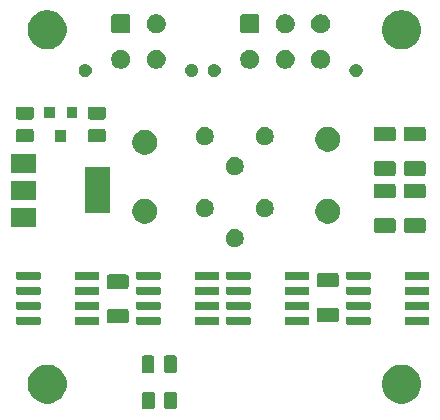
<source format=gbr>
G04 #@! TF.GenerationSoftware,KiCad,Pcbnew,(5.1.6)-1*
G04 #@! TF.CreationDate,2021-06-24T15:17:58+10:00*
G04 #@! TF.ProjectId,BSPD,42535044-2e6b-4696-9361-645f70636258,rev?*
G04 #@! TF.SameCoordinates,Original*
G04 #@! TF.FileFunction,Soldermask,Top*
G04 #@! TF.FilePolarity,Negative*
%FSLAX46Y46*%
G04 Gerber Fmt 4.6, Leading zero omitted, Abs format (unit mm)*
G04 Created by KiCad (PCBNEW (5.1.6)-1) date 2021-06-24 15:17:58*
%MOMM*%
%LPD*%
G01*
G04 APERTURE LIST*
%ADD10C,0.100000*%
G04 APERTURE END LIST*
D10*
G36*
X90190669Y-107480566D02*
G01*
X90229339Y-107492297D01*
X90264978Y-107511347D01*
X90296218Y-107536984D01*
X90321855Y-107568224D01*
X90340905Y-107603863D01*
X90352636Y-107642533D01*
X90357201Y-107688889D01*
X90357201Y-108765113D01*
X90352636Y-108811469D01*
X90340905Y-108850139D01*
X90321855Y-108885778D01*
X90296218Y-108917018D01*
X90264978Y-108942655D01*
X90229339Y-108961705D01*
X90190669Y-108973436D01*
X90144313Y-108978001D01*
X89493089Y-108978001D01*
X89446733Y-108973436D01*
X89408063Y-108961705D01*
X89372424Y-108942655D01*
X89341184Y-108917018D01*
X89315547Y-108885778D01*
X89296497Y-108850139D01*
X89284766Y-108811469D01*
X89280201Y-108765113D01*
X89280201Y-107688889D01*
X89284766Y-107642533D01*
X89296497Y-107603863D01*
X89315547Y-107568224D01*
X89341184Y-107536984D01*
X89372424Y-107511347D01*
X89408063Y-107492297D01*
X89446733Y-107480566D01*
X89493089Y-107476001D01*
X90144313Y-107476001D01*
X90190669Y-107480566D01*
G37*
G36*
X88315669Y-107480566D02*
G01*
X88354339Y-107492297D01*
X88389978Y-107511347D01*
X88421218Y-107536984D01*
X88446855Y-107568224D01*
X88465905Y-107603863D01*
X88477636Y-107642533D01*
X88482201Y-107688889D01*
X88482201Y-108765113D01*
X88477636Y-108811469D01*
X88465905Y-108850139D01*
X88446855Y-108885778D01*
X88421218Y-108917018D01*
X88389978Y-108942655D01*
X88354339Y-108961705D01*
X88315669Y-108973436D01*
X88269313Y-108978001D01*
X87618089Y-108978001D01*
X87571733Y-108973436D01*
X87533063Y-108961705D01*
X87497424Y-108942655D01*
X87466184Y-108917018D01*
X87440547Y-108885778D01*
X87421497Y-108850139D01*
X87409766Y-108811469D01*
X87405201Y-108765113D01*
X87405201Y-107688889D01*
X87409766Y-107642533D01*
X87421497Y-107603863D01*
X87440547Y-107568224D01*
X87466184Y-107536984D01*
X87497424Y-107511347D01*
X87533063Y-107492297D01*
X87571733Y-107480566D01*
X87618089Y-107476001D01*
X88269313Y-107476001D01*
X88315669Y-107480566D01*
G37*
G36*
X79750256Y-105226298D02*
G01*
X79856579Y-105247447D01*
X80157042Y-105371903D01*
X80427451Y-105552585D01*
X80657415Y-105782549D01*
X80838097Y-106052958D01*
X80962553Y-106353421D01*
X81026000Y-106672391D01*
X81026000Y-106997609D01*
X80962553Y-107316579D01*
X80838097Y-107617042D01*
X80657415Y-107887451D01*
X80427451Y-108117415D01*
X80157042Y-108298097D01*
X79856579Y-108422553D01*
X79750256Y-108443702D01*
X79537611Y-108486000D01*
X79212389Y-108486000D01*
X78999744Y-108443702D01*
X78893421Y-108422553D01*
X78592958Y-108298097D01*
X78322549Y-108117415D01*
X78092585Y-107887451D01*
X77911903Y-107617042D01*
X77787447Y-107316579D01*
X77724000Y-106997609D01*
X77724000Y-106672391D01*
X77787447Y-106353421D01*
X77911903Y-106052958D01*
X78092585Y-105782549D01*
X78322549Y-105552585D01*
X78592958Y-105371903D01*
X78893421Y-105247447D01*
X78999744Y-105226298D01*
X79212389Y-105184000D01*
X79537611Y-105184000D01*
X79750256Y-105226298D01*
G37*
G36*
X109750256Y-105226298D02*
G01*
X109856579Y-105247447D01*
X110157042Y-105371903D01*
X110427451Y-105552585D01*
X110657415Y-105782549D01*
X110838097Y-106052958D01*
X110962553Y-106353421D01*
X111026000Y-106672391D01*
X111026000Y-106997609D01*
X110962553Y-107316579D01*
X110838097Y-107617042D01*
X110657415Y-107887451D01*
X110427451Y-108117415D01*
X110157042Y-108298097D01*
X109856579Y-108422553D01*
X109750256Y-108443702D01*
X109537611Y-108486000D01*
X109212389Y-108486000D01*
X108999744Y-108443702D01*
X108893421Y-108422553D01*
X108592958Y-108298097D01*
X108322549Y-108117415D01*
X108092585Y-107887451D01*
X107911903Y-107617042D01*
X107787447Y-107316579D01*
X107724000Y-106997609D01*
X107724000Y-106672391D01*
X107787447Y-106353421D01*
X107911903Y-106052958D01*
X108092585Y-105782549D01*
X108322549Y-105552585D01*
X108592958Y-105371903D01*
X108893421Y-105247447D01*
X108999744Y-105226298D01*
X109212389Y-105184000D01*
X109537611Y-105184000D01*
X109750256Y-105226298D01*
G37*
G36*
X90160968Y-104409565D02*
G01*
X90199638Y-104421296D01*
X90235277Y-104440346D01*
X90266517Y-104465983D01*
X90292154Y-104497223D01*
X90311204Y-104532862D01*
X90322935Y-104571532D01*
X90327500Y-104617888D01*
X90327500Y-105694112D01*
X90322935Y-105740468D01*
X90311204Y-105779138D01*
X90292154Y-105814777D01*
X90266517Y-105846017D01*
X90235277Y-105871654D01*
X90199638Y-105890704D01*
X90160968Y-105902435D01*
X90114612Y-105907000D01*
X89463388Y-105907000D01*
X89417032Y-105902435D01*
X89378362Y-105890704D01*
X89342723Y-105871654D01*
X89311483Y-105846017D01*
X89285846Y-105814777D01*
X89266796Y-105779138D01*
X89255065Y-105740468D01*
X89250500Y-105694112D01*
X89250500Y-104617888D01*
X89255065Y-104571532D01*
X89266796Y-104532862D01*
X89285846Y-104497223D01*
X89311483Y-104465983D01*
X89342723Y-104440346D01*
X89378362Y-104421296D01*
X89417032Y-104409565D01*
X89463388Y-104405000D01*
X90114612Y-104405000D01*
X90160968Y-104409565D01*
G37*
G36*
X88285968Y-104409565D02*
G01*
X88324638Y-104421296D01*
X88360277Y-104440346D01*
X88391517Y-104465983D01*
X88417154Y-104497223D01*
X88436204Y-104532862D01*
X88447935Y-104571532D01*
X88452500Y-104617888D01*
X88452500Y-105694112D01*
X88447935Y-105740468D01*
X88436204Y-105779138D01*
X88417154Y-105814777D01*
X88391517Y-105846017D01*
X88360277Y-105871654D01*
X88324638Y-105890704D01*
X88285968Y-105902435D01*
X88239612Y-105907000D01*
X87588388Y-105907000D01*
X87542032Y-105902435D01*
X87503362Y-105890704D01*
X87467723Y-105871654D01*
X87436483Y-105846017D01*
X87410846Y-105814777D01*
X87391796Y-105779138D01*
X87380065Y-105740468D01*
X87375500Y-105694112D01*
X87375500Y-104617888D01*
X87380065Y-104571532D01*
X87391796Y-104532862D01*
X87410846Y-104497223D01*
X87436483Y-104465983D01*
X87467723Y-104440346D01*
X87503362Y-104421296D01*
X87542032Y-104409565D01*
X87588388Y-104405000D01*
X88239612Y-104405000D01*
X88285968Y-104409565D01*
G37*
G36*
X101453928Y-101124764D02*
G01*
X101475009Y-101131160D01*
X101494445Y-101141548D01*
X101511476Y-101155524D01*
X101525452Y-101172555D01*
X101535840Y-101191991D01*
X101542236Y-101213072D01*
X101545000Y-101241140D01*
X101545000Y-101704860D01*
X101542236Y-101732928D01*
X101535840Y-101754009D01*
X101525452Y-101773445D01*
X101511476Y-101790476D01*
X101494445Y-101804452D01*
X101475009Y-101814840D01*
X101453928Y-101821236D01*
X101425860Y-101824000D01*
X99612140Y-101824000D01*
X99584072Y-101821236D01*
X99562991Y-101814840D01*
X99543555Y-101804452D01*
X99526524Y-101790476D01*
X99512548Y-101773445D01*
X99502160Y-101754009D01*
X99495764Y-101732928D01*
X99493000Y-101704860D01*
X99493000Y-101241140D01*
X99495764Y-101213072D01*
X99502160Y-101191991D01*
X99512548Y-101172555D01*
X99526524Y-101155524D01*
X99543555Y-101141548D01*
X99562991Y-101131160D01*
X99584072Y-101124764D01*
X99612140Y-101122000D01*
X101425860Y-101122000D01*
X101453928Y-101124764D01*
G37*
G36*
X88883928Y-101124764D02*
G01*
X88905009Y-101131160D01*
X88924445Y-101141548D01*
X88941476Y-101155524D01*
X88955452Y-101172555D01*
X88965840Y-101191991D01*
X88972236Y-101213072D01*
X88975000Y-101241140D01*
X88975000Y-101704860D01*
X88972236Y-101732928D01*
X88965840Y-101754009D01*
X88955452Y-101773445D01*
X88941476Y-101790476D01*
X88924445Y-101804452D01*
X88905009Y-101814840D01*
X88883928Y-101821236D01*
X88855860Y-101824000D01*
X87042140Y-101824000D01*
X87014072Y-101821236D01*
X86992991Y-101814840D01*
X86973555Y-101804452D01*
X86956524Y-101790476D01*
X86942548Y-101773445D01*
X86932160Y-101754009D01*
X86925764Y-101732928D01*
X86923000Y-101704860D01*
X86923000Y-101241140D01*
X86925764Y-101213072D01*
X86932160Y-101191991D01*
X86942548Y-101172555D01*
X86956524Y-101155524D01*
X86973555Y-101141548D01*
X86992991Y-101131160D01*
X87014072Y-101124764D01*
X87042140Y-101122000D01*
X88855860Y-101122000D01*
X88883928Y-101124764D01*
G37*
G36*
X93833928Y-101124764D02*
G01*
X93855009Y-101131160D01*
X93874445Y-101141548D01*
X93891476Y-101155524D01*
X93905452Y-101172555D01*
X93915840Y-101191991D01*
X93922236Y-101213072D01*
X93925000Y-101241140D01*
X93925000Y-101704860D01*
X93922236Y-101732928D01*
X93915840Y-101754009D01*
X93905452Y-101773445D01*
X93891476Y-101790476D01*
X93874445Y-101804452D01*
X93855009Y-101814840D01*
X93833928Y-101821236D01*
X93805860Y-101824000D01*
X91992140Y-101824000D01*
X91964072Y-101821236D01*
X91942991Y-101814840D01*
X91923555Y-101804452D01*
X91906524Y-101790476D01*
X91892548Y-101773445D01*
X91882160Y-101754009D01*
X91875764Y-101732928D01*
X91873000Y-101704860D01*
X91873000Y-101241140D01*
X91875764Y-101213072D01*
X91882160Y-101191991D01*
X91892548Y-101172555D01*
X91906524Y-101155524D01*
X91923555Y-101141548D01*
X91942991Y-101131160D01*
X91964072Y-101124764D01*
X91992140Y-101122000D01*
X93805860Y-101122000D01*
X93833928Y-101124764D01*
G37*
G36*
X106663928Y-101124764D02*
G01*
X106685009Y-101131160D01*
X106704445Y-101141548D01*
X106721476Y-101155524D01*
X106735452Y-101172555D01*
X106745840Y-101191991D01*
X106752236Y-101213072D01*
X106755000Y-101241140D01*
X106755000Y-101704860D01*
X106752236Y-101732928D01*
X106745840Y-101754009D01*
X106735452Y-101773445D01*
X106721476Y-101790476D01*
X106704445Y-101804452D01*
X106685009Y-101814840D01*
X106663928Y-101821236D01*
X106635860Y-101824000D01*
X104822140Y-101824000D01*
X104794072Y-101821236D01*
X104772991Y-101814840D01*
X104753555Y-101804452D01*
X104736524Y-101790476D01*
X104722548Y-101773445D01*
X104712160Y-101754009D01*
X104705764Y-101732928D01*
X104703000Y-101704860D01*
X104703000Y-101241140D01*
X104705764Y-101213072D01*
X104712160Y-101191991D01*
X104722548Y-101172555D01*
X104736524Y-101155524D01*
X104753555Y-101141548D01*
X104772991Y-101131160D01*
X104794072Y-101124764D01*
X104822140Y-101122000D01*
X106635860Y-101122000D01*
X106663928Y-101124764D01*
G37*
G36*
X111613928Y-101124764D02*
G01*
X111635009Y-101131160D01*
X111654445Y-101141548D01*
X111671476Y-101155524D01*
X111685452Y-101172555D01*
X111695840Y-101191991D01*
X111702236Y-101213072D01*
X111705000Y-101241140D01*
X111705000Y-101704860D01*
X111702236Y-101732928D01*
X111695840Y-101754009D01*
X111685452Y-101773445D01*
X111671476Y-101790476D01*
X111654445Y-101804452D01*
X111635009Y-101814840D01*
X111613928Y-101821236D01*
X111585860Y-101824000D01*
X109772140Y-101824000D01*
X109744072Y-101821236D01*
X109722991Y-101814840D01*
X109703555Y-101804452D01*
X109686524Y-101790476D01*
X109672548Y-101773445D01*
X109662160Y-101754009D01*
X109655764Y-101732928D01*
X109653000Y-101704860D01*
X109653000Y-101241140D01*
X109655764Y-101213072D01*
X109662160Y-101191991D01*
X109672548Y-101172555D01*
X109686524Y-101155524D01*
X109703555Y-101141548D01*
X109722991Y-101131160D01*
X109744072Y-101124764D01*
X109772140Y-101122000D01*
X111585860Y-101122000D01*
X111613928Y-101124764D01*
G37*
G36*
X78723928Y-101124764D02*
G01*
X78745009Y-101131160D01*
X78764445Y-101141548D01*
X78781476Y-101155524D01*
X78795452Y-101172555D01*
X78805840Y-101191991D01*
X78812236Y-101213072D01*
X78815000Y-101241140D01*
X78815000Y-101704860D01*
X78812236Y-101732928D01*
X78805840Y-101754009D01*
X78795452Y-101773445D01*
X78781476Y-101790476D01*
X78764445Y-101804452D01*
X78745009Y-101814840D01*
X78723928Y-101821236D01*
X78695860Y-101824000D01*
X76882140Y-101824000D01*
X76854072Y-101821236D01*
X76832991Y-101814840D01*
X76813555Y-101804452D01*
X76796524Y-101790476D01*
X76782548Y-101773445D01*
X76772160Y-101754009D01*
X76765764Y-101732928D01*
X76763000Y-101704860D01*
X76763000Y-101241140D01*
X76765764Y-101213072D01*
X76772160Y-101191991D01*
X76782548Y-101172555D01*
X76796524Y-101155524D01*
X76813555Y-101141548D01*
X76832991Y-101131160D01*
X76854072Y-101124764D01*
X76882140Y-101122000D01*
X78695860Y-101122000D01*
X78723928Y-101124764D01*
G37*
G36*
X83673928Y-101124764D02*
G01*
X83695009Y-101131160D01*
X83714445Y-101141548D01*
X83731476Y-101155524D01*
X83745452Y-101172555D01*
X83755840Y-101191991D01*
X83762236Y-101213072D01*
X83765000Y-101241140D01*
X83765000Y-101704860D01*
X83762236Y-101732928D01*
X83755840Y-101754009D01*
X83745452Y-101773445D01*
X83731476Y-101790476D01*
X83714445Y-101804452D01*
X83695009Y-101814840D01*
X83673928Y-101821236D01*
X83645860Y-101824000D01*
X81832140Y-101824000D01*
X81804072Y-101821236D01*
X81782991Y-101814840D01*
X81763555Y-101804452D01*
X81746524Y-101790476D01*
X81732548Y-101773445D01*
X81722160Y-101754009D01*
X81715764Y-101732928D01*
X81713000Y-101704860D01*
X81713000Y-101241140D01*
X81715764Y-101213072D01*
X81722160Y-101191991D01*
X81732548Y-101172555D01*
X81746524Y-101155524D01*
X81763555Y-101141548D01*
X81782991Y-101131160D01*
X81804072Y-101124764D01*
X81832140Y-101122000D01*
X83645860Y-101122000D01*
X83673928Y-101124764D01*
G37*
G36*
X96503928Y-101124764D02*
G01*
X96525009Y-101131160D01*
X96544445Y-101141548D01*
X96561476Y-101155524D01*
X96575452Y-101172555D01*
X96585840Y-101191991D01*
X96592236Y-101213072D01*
X96595000Y-101241140D01*
X96595000Y-101704860D01*
X96592236Y-101732928D01*
X96585840Y-101754009D01*
X96575452Y-101773445D01*
X96561476Y-101790476D01*
X96544445Y-101804452D01*
X96525009Y-101814840D01*
X96503928Y-101821236D01*
X96475860Y-101824000D01*
X94662140Y-101824000D01*
X94634072Y-101821236D01*
X94612991Y-101814840D01*
X94593555Y-101804452D01*
X94576524Y-101790476D01*
X94562548Y-101773445D01*
X94552160Y-101754009D01*
X94545764Y-101732928D01*
X94543000Y-101704860D01*
X94543000Y-101241140D01*
X94545764Y-101213072D01*
X94552160Y-101191991D01*
X94562548Y-101172555D01*
X94576524Y-101155524D01*
X94593555Y-101141548D01*
X94612991Y-101131160D01*
X94634072Y-101124764D01*
X94662140Y-101122000D01*
X96475860Y-101122000D01*
X96503928Y-101124764D01*
G37*
G36*
X86106307Y-100482998D02*
G01*
X86144318Y-100494529D01*
X86179342Y-100513249D01*
X86210049Y-100538451D01*
X86235251Y-100569158D01*
X86253971Y-100604182D01*
X86265502Y-100642193D01*
X86270000Y-100687863D01*
X86270000Y-101496137D01*
X86265502Y-101541807D01*
X86253971Y-101579818D01*
X86235251Y-101614842D01*
X86210049Y-101645549D01*
X86179342Y-101670751D01*
X86144318Y-101689471D01*
X86106307Y-101701002D01*
X86060637Y-101705500D01*
X84627363Y-101705500D01*
X84581693Y-101701002D01*
X84543682Y-101689471D01*
X84508658Y-101670751D01*
X84477951Y-101645549D01*
X84452749Y-101614842D01*
X84434029Y-101579818D01*
X84422498Y-101541807D01*
X84418000Y-101496137D01*
X84418000Y-100687863D01*
X84422498Y-100642193D01*
X84434029Y-100604182D01*
X84452749Y-100569158D01*
X84477951Y-100538451D01*
X84508658Y-100513249D01*
X84543682Y-100494529D01*
X84581693Y-100482998D01*
X84627363Y-100478500D01*
X86060637Y-100478500D01*
X86106307Y-100482998D01*
G37*
G36*
X103886307Y-100359998D02*
G01*
X103924318Y-100371529D01*
X103959342Y-100390249D01*
X103990049Y-100415451D01*
X104015251Y-100446158D01*
X104033971Y-100481182D01*
X104045502Y-100519193D01*
X104050000Y-100564863D01*
X104050000Y-101373137D01*
X104045502Y-101418807D01*
X104033971Y-101456818D01*
X104015251Y-101491842D01*
X103990049Y-101522549D01*
X103959342Y-101547751D01*
X103924318Y-101566471D01*
X103886307Y-101578002D01*
X103840637Y-101582500D01*
X102407363Y-101582500D01*
X102361693Y-101578002D01*
X102323682Y-101566471D01*
X102288658Y-101547751D01*
X102257951Y-101522549D01*
X102232749Y-101491842D01*
X102214029Y-101456818D01*
X102202498Y-101418807D01*
X102198000Y-101373137D01*
X102198000Y-100564863D01*
X102202498Y-100519193D01*
X102214029Y-100481182D01*
X102232749Y-100446158D01*
X102257951Y-100415451D01*
X102288658Y-100390249D01*
X102323682Y-100371529D01*
X102361693Y-100359998D01*
X102407363Y-100355500D01*
X103840637Y-100355500D01*
X103886307Y-100359998D01*
G37*
G36*
X93833928Y-99854764D02*
G01*
X93855009Y-99861160D01*
X93874445Y-99871548D01*
X93891476Y-99885524D01*
X93905452Y-99902555D01*
X93915840Y-99921991D01*
X93922236Y-99943072D01*
X93925000Y-99971140D01*
X93925000Y-100434860D01*
X93922236Y-100462928D01*
X93915840Y-100484009D01*
X93905452Y-100503445D01*
X93891476Y-100520476D01*
X93874445Y-100534452D01*
X93855009Y-100544840D01*
X93833928Y-100551236D01*
X93805860Y-100554000D01*
X91992140Y-100554000D01*
X91964072Y-100551236D01*
X91942991Y-100544840D01*
X91923555Y-100534452D01*
X91906524Y-100520476D01*
X91892548Y-100503445D01*
X91882160Y-100484009D01*
X91875764Y-100462928D01*
X91873000Y-100434860D01*
X91873000Y-99971140D01*
X91875764Y-99943072D01*
X91882160Y-99921991D01*
X91892548Y-99902555D01*
X91906524Y-99885524D01*
X91923555Y-99871548D01*
X91942991Y-99861160D01*
X91964072Y-99854764D01*
X91992140Y-99852000D01*
X93805860Y-99852000D01*
X93833928Y-99854764D01*
G37*
G36*
X83673928Y-99854764D02*
G01*
X83695009Y-99861160D01*
X83714445Y-99871548D01*
X83731476Y-99885524D01*
X83745452Y-99902555D01*
X83755840Y-99921991D01*
X83762236Y-99943072D01*
X83765000Y-99971140D01*
X83765000Y-100434860D01*
X83762236Y-100462928D01*
X83755840Y-100484009D01*
X83745452Y-100503445D01*
X83731476Y-100520476D01*
X83714445Y-100534452D01*
X83695009Y-100544840D01*
X83673928Y-100551236D01*
X83645860Y-100554000D01*
X81832140Y-100554000D01*
X81804072Y-100551236D01*
X81782991Y-100544840D01*
X81763555Y-100534452D01*
X81746524Y-100520476D01*
X81732548Y-100503445D01*
X81722160Y-100484009D01*
X81715764Y-100462928D01*
X81713000Y-100434860D01*
X81713000Y-99971140D01*
X81715764Y-99943072D01*
X81722160Y-99921991D01*
X81732548Y-99902555D01*
X81746524Y-99885524D01*
X81763555Y-99871548D01*
X81782991Y-99861160D01*
X81804072Y-99854764D01*
X81832140Y-99852000D01*
X83645860Y-99852000D01*
X83673928Y-99854764D01*
G37*
G36*
X88883928Y-99854764D02*
G01*
X88905009Y-99861160D01*
X88924445Y-99871548D01*
X88941476Y-99885524D01*
X88955452Y-99902555D01*
X88965840Y-99921991D01*
X88972236Y-99943072D01*
X88975000Y-99971140D01*
X88975000Y-100434860D01*
X88972236Y-100462928D01*
X88965840Y-100484009D01*
X88955452Y-100503445D01*
X88941476Y-100520476D01*
X88924445Y-100534452D01*
X88905009Y-100544840D01*
X88883928Y-100551236D01*
X88855860Y-100554000D01*
X87042140Y-100554000D01*
X87014072Y-100551236D01*
X86992991Y-100544840D01*
X86973555Y-100534452D01*
X86956524Y-100520476D01*
X86942548Y-100503445D01*
X86932160Y-100484009D01*
X86925764Y-100462928D01*
X86923000Y-100434860D01*
X86923000Y-99971140D01*
X86925764Y-99943072D01*
X86932160Y-99921991D01*
X86942548Y-99902555D01*
X86956524Y-99885524D01*
X86973555Y-99871548D01*
X86992991Y-99861160D01*
X87014072Y-99854764D01*
X87042140Y-99852000D01*
X88855860Y-99852000D01*
X88883928Y-99854764D01*
G37*
G36*
X96503928Y-99854764D02*
G01*
X96525009Y-99861160D01*
X96544445Y-99871548D01*
X96561476Y-99885524D01*
X96575452Y-99902555D01*
X96585840Y-99921991D01*
X96592236Y-99943072D01*
X96595000Y-99971140D01*
X96595000Y-100434860D01*
X96592236Y-100462928D01*
X96585840Y-100484009D01*
X96575452Y-100503445D01*
X96561476Y-100520476D01*
X96544445Y-100534452D01*
X96525009Y-100544840D01*
X96503928Y-100551236D01*
X96475860Y-100554000D01*
X94662140Y-100554000D01*
X94634072Y-100551236D01*
X94612991Y-100544840D01*
X94593555Y-100534452D01*
X94576524Y-100520476D01*
X94562548Y-100503445D01*
X94552160Y-100484009D01*
X94545764Y-100462928D01*
X94543000Y-100434860D01*
X94543000Y-99971140D01*
X94545764Y-99943072D01*
X94552160Y-99921991D01*
X94562548Y-99902555D01*
X94576524Y-99885524D01*
X94593555Y-99871548D01*
X94612991Y-99861160D01*
X94634072Y-99854764D01*
X94662140Y-99852000D01*
X96475860Y-99852000D01*
X96503928Y-99854764D01*
G37*
G36*
X111613928Y-99854764D02*
G01*
X111635009Y-99861160D01*
X111654445Y-99871548D01*
X111671476Y-99885524D01*
X111685452Y-99902555D01*
X111695840Y-99921991D01*
X111702236Y-99943072D01*
X111705000Y-99971140D01*
X111705000Y-100434860D01*
X111702236Y-100462928D01*
X111695840Y-100484009D01*
X111685452Y-100503445D01*
X111671476Y-100520476D01*
X111654445Y-100534452D01*
X111635009Y-100544840D01*
X111613928Y-100551236D01*
X111585860Y-100554000D01*
X109772140Y-100554000D01*
X109744072Y-100551236D01*
X109722991Y-100544840D01*
X109703555Y-100534452D01*
X109686524Y-100520476D01*
X109672548Y-100503445D01*
X109662160Y-100484009D01*
X109655764Y-100462928D01*
X109653000Y-100434860D01*
X109653000Y-99971140D01*
X109655764Y-99943072D01*
X109662160Y-99921991D01*
X109672548Y-99902555D01*
X109686524Y-99885524D01*
X109703555Y-99871548D01*
X109722991Y-99861160D01*
X109744072Y-99854764D01*
X109772140Y-99852000D01*
X111585860Y-99852000D01*
X111613928Y-99854764D01*
G37*
G36*
X101453928Y-99854764D02*
G01*
X101475009Y-99861160D01*
X101494445Y-99871548D01*
X101511476Y-99885524D01*
X101525452Y-99902555D01*
X101535840Y-99921991D01*
X101542236Y-99943072D01*
X101545000Y-99971140D01*
X101545000Y-100434860D01*
X101542236Y-100462928D01*
X101535840Y-100484009D01*
X101525452Y-100503445D01*
X101511476Y-100520476D01*
X101494445Y-100534452D01*
X101475009Y-100544840D01*
X101453928Y-100551236D01*
X101425860Y-100554000D01*
X99612140Y-100554000D01*
X99584072Y-100551236D01*
X99562991Y-100544840D01*
X99543555Y-100534452D01*
X99526524Y-100520476D01*
X99512548Y-100503445D01*
X99502160Y-100484009D01*
X99495764Y-100462928D01*
X99493000Y-100434860D01*
X99493000Y-99971140D01*
X99495764Y-99943072D01*
X99502160Y-99921991D01*
X99512548Y-99902555D01*
X99526524Y-99885524D01*
X99543555Y-99871548D01*
X99562991Y-99861160D01*
X99584072Y-99854764D01*
X99612140Y-99852000D01*
X101425860Y-99852000D01*
X101453928Y-99854764D01*
G37*
G36*
X106663928Y-99854764D02*
G01*
X106685009Y-99861160D01*
X106704445Y-99871548D01*
X106721476Y-99885524D01*
X106735452Y-99902555D01*
X106745840Y-99921991D01*
X106752236Y-99943072D01*
X106755000Y-99971140D01*
X106755000Y-100434860D01*
X106752236Y-100462928D01*
X106745840Y-100484009D01*
X106735452Y-100503445D01*
X106721476Y-100520476D01*
X106704445Y-100534452D01*
X106685009Y-100544840D01*
X106663928Y-100551236D01*
X106635860Y-100554000D01*
X104822140Y-100554000D01*
X104794072Y-100551236D01*
X104772991Y-100544840D01*
X104753555Y-100534452D01*
X104736524Y-100520476D01*
X104722548Y-100503445D01*
X104712160Y-100484009D01*
X104705764Y-100462928D01*
X104703000Y-100434860D01*
X104703000Y-99971140D01*
X104705764Y-99943072D01*
X104712160Y-99921991D01*
X104722548Y-99902555D01*
X104736524Y-99885524D01*
X104753555Y-99871548D01*
X104772991Y-99861160D01*
X104794072Y-99854764D01*
X104822140Y-99852000D01*
X106635860Y-99852000D01*
X106663928Y-99854764D01*
G37*
G36*
X78723928Y-99854764D02*
G01*
X78745009Y-99861160D01*
X78764445Y-99871548D01*
X78781476Y-99885524D01*
X78795452Y-99902555D01*
X78805840Y-99921991D01*
X78812236Y-99943072D01*
X78815000Y-99971140D01*
X78815000Y-100434860D01*
X78812236Y-100462928D01*
X78805840Y-100484009D01*
X78795452Y-100503445D01*
X78781476Y-100520476D01*
X78764445Y-100534452D01*
X78745009Y-100544840D01*
X78723928Y-100551236D01*
X78695860Y-100554000D01*
X76882140Y-100554000D01*
X76854072Y-100551236D01*
X76832991Y-100544840D01*
X76813555Y-100534452D01*
X76796524Y-100520476D01*
X76782548Y-100503445D01*
X76772160Y-100484009D01*
X76765764Y-100462928D01*
X76763000Y-100434860D01*
X76763000Y-99971140D01*
X76765764Y-99943072D01*
X76772160Y-99921991D01*
X76782548Y-99902555D01*
X76796524Y-99885524D01*
X76813555Y-99871548D01*
X76832991Y-99861160D01*
X76854072Y-99854764D01*
X76882140Y-99852000D01*
X78695860Y-99852000D01*
X78723928Y-99854764D01*
G37*
G36*
X78723928Y-98584764D02*
G01*
X78745009Y-98591160D01*
X78764445Y-98601548D01*
X78781476Y-98615524D01*
X78795452Y-98632555D01*
X78805840Y-98651991D01*
X78812236Y-98673072D01*
X78815000Y-98701140D01*
X78815000Y-99164860D01*
X78812236Y-99192928D01*
X78805840Y-99214009D01*
X78795452Y-99233445D01*
X78781476Y-99250476D01*
X78764445Y-99264452D01*
X78745009Y-99274840D01*
X78723928Y-99281236D01*
X78695860Y-99284000D01*
X76882140Y-99284000D01*
X76854072Y-99281236D01*
X76832991Y-99274840D01*
X76813555Y-99264452D01*
X76796524Y-99250476D01*
X76782548Y-99233445D01*
X76772160Y-99214009D01*
X76765764Y-99192928D01*
X76763000Y-99164860D01*
X76763000Y-98701140D01*
X76765764Y-98673072D01*
X76772160Y-98651991D01*
X76782548Y-98632555D01*
X76796524Y-98615524D01*
X76813555Y-98601548D01*
X76832991Y-98591160D01*
X76854072Y-98584764D01*
X76882140Y-98582000D01*
X78695860Y-98582000D01*
X78723928Y-98584764D01*
G37*
G36*
X93833928Y-98584764D02*
G01*
X93855009Y-98591160D01*
X93874445Y-98601548D01*
X93891476Y-98615524D01*
X93905452Y-98632555D01*
X93915840Y-98651991D01*
X93922236Y-98673072D01*
X93925000Y-98701140D01*
X93925000Y-99164860D01*
X93922236Y-99192928D01*
X93915840Y-99214009D01*
X93905452Y-99233445D01*
X93891476Y-99250476D01*
X93874445Y-99264452D01*
X93855009Y-99274840D01*
X93833928Y-99281236D01*
X93805860Y-99284000D01*
X91992140Y-99284000D01*
X91964072Y-99281236D01*
X91942991Y-99274840D01*
X91923555Y-99264452D01*
X91906524Y-99250476D01*
X91892548Y-99233445D01*
X91882160Y-99214009D01*
X91875764Y-99192928D01*
X91873000Y-99164860D01*
X91873000Y-98701140D01*
X91875764Y-98673072D01*
X91882160Y-98651991D01*
X91892548Y-98632555D01*
X91906524Y-98615524D01*
X91923555Y-98601548D01*
X91942991Y-98591160D01*
X91964072Y-98584764D01*
X91992140Y-98582000D01*
X93805860Y-98582000D01*
X93833928Y-98584764D01*
G37*
G36*
X111613928Y-98584764D02*
G01*
X111635009Y-98591160D01*
X111654445Y-98601548D01*
X111671476Y-98615524D01*
X111685452Y-98632555D01*
X111695840Y-98651991D01*
X111702236Y-98673072D01*
X111705000Y-98701140D01*
X111705000Y-99164860D01*
X111702236Y-99192928D01*
X111695840Y-99214009D01*
X111685452Y-99233445D01*
X111671476Y-99250476D01*
X111654445Y-99264452D01*
X111635009Y-99274840D01*
X111613928Y-99281236D01*
X111585860Y-99284000D01*
X109772140Y-99284000D01*
X109744072Y-99281236D01*
X109722991Y-99274840D01*
X109703555Y-99264452D01*
X109686524Y-99250476D01*
X109672548Y-99233445D01*
X109662160Y-99214009D01*
X109655764Y-99192928D01*
X109653000Y-99164860D01*
X109653000Y-98701140D01*
X109655764Y-98673072D01*
X109662160Y-98651991D01*
X109672548Y-98632555D01*
X109686524Y-98615524D01*
X109703555Y-98601548D01*
X109722991Y-98591160D01*
X109744072Y-98584764D01*
X109772140Y-98582000D01*
X111585860Y-98582000D01*
X111613928Y-98584764D01*
G37*
G36*
X88883928Y-98584764D02*
G01*
X88905009Y-98591160D01*
X88924445Y-98601548D01*
X88941476Y-98615524D01*
X88955452Y-98632555D01*
X88965840Y-98651991D01*
X88972236Y-98673072D01*
X88975000Y-98701140D01*
X88975000Y-99164860D01*
X88972236Y-99192928D01*
X88965840Y-99214009D01*
X88955452Y-99233445D01*
X88941476Y-99250476D01*
X88924445Y-99264452D01*
X88905009Y-99274840D01*
X88883928Y-99281236D01*
X88855860Y-99284000D01*
X87042140Y-99284000D01*
X87014072Y-99281236D01*
X86992991Y-99274840D01*
X86973555Y-99264452D01*
X86956524Y-99250476D01*
X86942548Y-99233445D01*
X86932160Y-99214009D01*
X86925764Y-99192928D01*
X86923000Y-99164860D01*
X86923000Y-98701140D01*
X86925764Y-98673072D01*
X86932160Y-98651991D01*
X86942548Y-98632555D01*
X86956524Y-98615524D01*
X86973555Y-98601548D01*
X86992991Y-98591160D01*
X87014072Y-98584764D01*
X87042140Y-98582000D01*
X88855860Y-98582000D01*
X88883928Y-98584764D01*
G37*
G36*
X83673928Y-98584764D02*
G01*
X83695009Y-98591160D01*
X83714445Y-98601548D01*
X83731476Y-98615524D01*
X83745452Y-98632555D01*
X83755840Y-98651991D01*
X83762236Y-98673072D01*
X83765000Y-98701140D01*
X83765000Y-99164860D01*
X83762236Y-99192928D01*
X83755840Y-99214009D01*
X83745452Y-99233445D01*
X83731476Y-99250476D01*
X83714445Y-99264452D01*
X83695009Y-99274840D01*
X83673928Y-99281236D01*
X83645860Y-99284000D01*
X81832140Y-99284000D01*
X81804072Y-99281236D01*
X81782991Y-99274840D01*
X81763555Y-99264452D01*
X81746524Y-99250476D01*
X81732548Y-99233445D01*
X81722160Y-99214009D01*
X81715764Y-99192928D01*
X81713000Y-99164860D01*
X81713000Y-98701140D01*
X81715764Y-98673072D01*
X81722160Y-98651991D01*
X81732548Y-98632555D01*
X81746524Y-98615524D01*
X81763555Y-98601548D01*
X81782991Y-98591160D01*
X81804072Y-98584764D01*
X81832140Y-98582000D01*
X83645860Y-98582000D01*
X83673928Y-98584764D01*
G37*
G36*
X106663928Y-98584764D02*
G01*
X106685009Y-98591160D01*
X106704445Y-98601548D01*
X106721476Y-98615524D01*
X106735452Y-98632555D01*
X106745840Y-98651991D01*
X106752236Y-98673072D01*
X106755000Y-98701140D01*
X106755000Y-99164860D01*
X106752236Y-99192928D01*
X106745840Y-99214009D01*
X106735452Y-99233445D01*
X106721476Y-99250476D01*
X106704445Y-99264452D01*
X106685009Y-99274840D01*
X106663928Y-99281236D01*
X106635860Y-99284000D01*
X104822140Y-99284000D01*
X104794072Y-99281236D01*
X104772991Y-99274840D01*
X104753555Y-99264452D01*
X104736524Y-99250476D01*
X104722548Y-99233445D01*
X104712160Y-99214009D01*
X104705764Y-99192928D01*
X104703000Y-99164860D01*
X104703000Y-98701140D01*
X104705764Y-98673072D01*
X104712160Y-98651991D01*
X104722548Y-98632555D01*
X104736524Y-98615524D01*
X104753555Y-98601548D01*
X104772991Y-98591160D01*
X104794072Y-98584764D01*
X104822140Y-98582000D01*
X106635860Y-98582000D01*
X106663928Y-98584764D01*
G37*
G36*
X96503928Y-98584764D02*
G01*
X96525009Y-98591160D01*
X96544445Y-98601548D01*
X96561476Y-98615524D01*
X96575452Y-98632555D01*
X96585840Y-98651991D01*
X96592236Y-98673072D01*
X96595000Y-98701140D01*
X96595000Y-99164860D01*
X96592236Y-99192928D01*
X96585840Y-99214009D01*
X96575452Y-99233445D01*
X96561476Y-99250476D01*
X96544445Y-99264452D01*
X96525009Y-99274840D01*
X96503928Y-99281236D01*
X96475860Y-99284000D01*
X94662140Y-99284000D01*
X94634072Y-99281236D01*
X94612991Y-99274840D01*
X94593555Y-99264452D01*
X94576524Y-99250476D01*
X94562548Y-99233445D01*
X94552160Y-99214009D01*
X94545764Y-99192928D01*
X94543000Y-99164860D01*
X94543000Y-98701140D01*
X94545764Y-98673072D01*
X94552160Y-98651991D01*
X94562548Y-98632555D01*
X94576524Y-98615524D01*
X94593555Y-98601548D01*
X94612991Y-98591160D01*
X94634072Y-98584764D01*
X94662140Y-98582000D01*
X96475860Y-98582000D01*
X96503928Y-98584764D01*
G37*
G36*
X101453928Y-98584764D02*
G01*
X101475009Y-98591160D01*
X101494445Y-98601548D01*
X101511476Y-98615524D01*
X101525452Y-98632555D01*
X101535840Y-98651991D01*
X101542236Y-98673072D01*
X101545000Y-98701140D01*
X101545000Y-99164860D01*
X101542236Y-99192928D01*
X101535840Y-99214009D01*
X101525452Y-99233445D01*
X101511476Y-99250476D01*
X101494445Y-99264452D01*
X101475009Y-99274840D01*
X101453928Y-99281236D01*
X101425860Y-99284000D01*
X99612140Y-99284000D01*
X99584072Y-99281236D01*
X99562991Y-99274840D01*
X99543555Y-99264452D01*
X99526524Y-99250476D01*
X99512548Y-99233445D01*
X99502160Y-99214009D01*
X99495764Y-99192928D01*
X99493000Y-99164860D01*
X99493000Y-98701140D01*
X99495764Y-98673072D01*
X99502160Y-98651991D01*
X99512548Y-98632555D01*
X99526524Y-98615524D01*
X99543555Y-98601548D01*
X99562991Y-98591160D01*
X99584072Y-98584764D01*
X99612140Y-98582000D01*
X101425860Y-98582000D01*
X101453928Y-98584764D01*
G37*
G36*
X86106307Y-97557998D02*
G01*
X86144318Y-97569529D01*
X86179342Y-97588249D01*
X86210049Y-97613451D01*
X86235251Y-97644158D01*
X86253971Y-97679182D01*
X86265502Y-97717193D01*
X86270000Y-97762863D01*
X86270000Y-98571137D01*
X86265502Y-98616807D01*
X86253971Y-98654818D01*
X86235251Y-98689842D01*
X86210049Y-98720549D01*
X86179342Y-98745751D01*
X86144318Y-98764471D01*
X86106307Y-98776002D01*
X86060637Y-98780500D01*
X84627363Y-98780500D01*
X84581693Y-98776002D01*
X84543682Y-98764471D01*
X84508658Y-98745751D01*
X84477951Y-98720549D01*
X84452749Y-98689842D01*
X84434029Y-98654818D01*
X84422498Y-98616807D01*
X84418000Y-98571137D01*
X84418000Y-97762863D01*
X84422498Y-97717193D01*
X84434029Y-97679182D01*
X84452749Y-97644158D01*
X84477951Y-97613451D01*
X84508658Y-97588249D01*
X84543682Y-97569529D01*
X84581693Y-97557998D01*
X84627363Y-97553500D01*
X86060637Y-97553500D01*
X86106307Y-97557998D01*
G37*
G36*
X103886307Y-97434998D02*
G01*
X103924318Y-97446529D01*
X103959342Y-97465249D01*
X103990049Y-97490451D01*
X104015251Y-97521158D01*
X104033971Y-97556182D01*
X104045502Y-97594193D01*
X104050000Y-97639863D01*
X104050000Y-98448137D01*
X104045502Y-98493807D01*
X104033971Y-98531818D01*
X104015251Y-98566842D01*
X103990049Y-98597549D01*
X103959342Y-98622751D01*
X103924318Y-98641471D01*
X103886307Y-98653002D01*
X103840637Y-98657500D01*
X102407363Y-98657500D01*
X102361693Y-98653002D01*
X102323682Y-98641471D01*
X102288658Y-98622751D01*
X102257951Y-98597549D01*
X102232749Y-98566842D01*
X102214029Y-98531818D01*
X102202498Y-98493807D01*
X102198000Y-98448137D01*
X102198000Y-97639863D01*
X102202498Y-97594193D01*
X102214029Y-97556182D01*
X102232749Y-97521158D01*
X102257951Y-97490451D01*
X102288658Y-97465249D01*
X102323682Y-97446529D01*
X102361693Y-97434998D01*
X102407363Y-97430500D01*
X103840637Y-97430500D01*
X103886307Y-97434998D01*
G37*
G36*
X101453928Y-97314764D02*
G01*
X101475009Y-97321160D01*
X101494445Y-97331548D01*
X101511476Y-97345524D01*
X101525452Y-97362555D01*
X101535840Y-97381991D01*
X101542236Y-97403072D01*
X101545000Y-97431140D01*
X101545000Y-97894860D01*
X101542236Y-97922928D01*
X101535840Y-97944009D01*
X101525452Y-97963445D01*
X101511476Y-97980476D01*
X101494445Y-97994452D01*
X101475009Y-98004840D01*
X101453928Y-98011236D01*
X101425860Y-98014000D01*
X99612140Y-98014000D01*
X99584072Y-98011236D01*
X99562991Y-98004840D01*
X99543555Y-97994452D01*
X99526524Y-97980476D01*
X99512548Y-97963445D01*
X99502160Y-97944009D01*
X99495764Y-97922928D01*
X99493000Y-97894860D01*
X99493000Y-97431140D01*
X99495764Y-97403072D01*
X99502160Y-97381991D01*
X99512548Y-97362555D01*
X99526524Y-97345524D01*
X99543555Y-97331548D01*
X99562991Y-97321160D01*
X99584072Y-97314764D01*
X99612140Y-97312000D01*
X101425860Y-97312000D01*
X101453928Y-97314764D01*
G37*
G36*
X78723928Y-97314764D02*
G01*
X78745009Y-97321160D01*
X78764445Y-97331548D01*
X78781476Y-97345524D01*
X78795452Y-97362555D01*
X78805840Y-97381991D01*
X78812236Y-97403072D01*
X78815000Y-97431140D01*
X78815000Y-97894860D01*
X78812236Y-97922928D01*
X78805840Y-97944009D01*
X78795452Y-97963445D01*
X78781476Y-97980476D01*
X78764445Y-97994452D01*
X78745009Y-98004840D01*
X78723928Y-98011236D01*
X78695860Y-98014000D01*
X76882140Y-98014000D01*
X76854072Y-98011236D01*
X76832991Y-98004840D01*
X76813555Y-97994452D01*
X76796524Y-97980476D01*
X76782548Y-97963445D01*
X76772160Y-97944009D01*
X76765764Y-97922928D01*
X76763000Y-97894860D01*
X76763000Y-97431140D01*
X76765764Y-97403072D01*
X76772160Y-97381991D01*
X76782548Y-97362555D01*
X76796524Y-97345524D01*
X76813555Y-97331548D01*
X76832991Y-97321160D01*
X76854072Y-97314764D01*
X76882140Y-97312000D01*
X78695860Y-97312000D01*
X78723928Y-97314764D01*
G37*
G36*
X111613928Y-97314764D02*
G01*
X111635009Y-97321160D01*
X111654445Y-97331548D01*
X111671476Y-97345524D01*
X111685452Y-97362555D01*
X111695840Y-97381991D01*
X111702236Y-97403072D01*
X111705000Y-97431140D01*
X111705000Y-97894860D01*
X111702236Y-97922928D01*
X111695840Y-97944009D01*
X111685452Y-97963445D01*
X111671476Y-97980476D01*
X111654445Y-97994452D01*
X111635009Y-98004840D01*
X111613928Y-98011236D01*
X111585860Y-98014000D01*
X109772140Y-98014000D01*
X109744072Y-98011236D01*
X109722991Y-98004840D01*
X109703555Y-97994452D01*
X109686524Y-97980476D01*
X109672548Y-97963445D01*
X109662160Y-97944009D01*
X109655764Y-97922928D01*
X109653000Y-97894860D01*
X109653000Y-97431140D01*
X109655764Y-97403072D01*
X109662160Y-97381991D01*
X109672548Y-97362555D01*
X109686524Y-97345524D01*
X109703555Y-97331548D01*
X109722991Y-97321160D01*
X109744072Y-97314764D01*
X109772140Y-97312000D01*
X111585860Y-97312000D01*
X111613928Y-97314764D01*
G37*
G36*
X106663928Y-97314764D02*
G01*
X106685009Y-97321160D01*
X106704445Y-97331548D01*
X106721476Y-97345524D01*
X106735452Y-97362555D01*
X106745840Y-97381991D01*
X106752236Y-97403072D01*
X106755000Y-97431140D01*
X106755000Y-97894860D01*
X106752236Y-97922928D01*
X106745840Y-97944009D01*
X106735452Y-97963445D01*
X106721476Y-97980476D01*
X106704445Y-97994452D01*
X106685009Y-98004840D01*
X106663928Y-98011236D01*
X106635860Y-98014000D01*
X104822140Y-98014000D01*
X104794072Y-98011236D01*
X104772991Y-98004840D01*
X104753555Y-97994452D01*
X104736524Y-97980476D01*
X104722548Y-97963445D01*
X104712160Y-97944009D01*
X104705764Y-97922928D01*
X104703000Y-97894860D01*
X104703000Y-97431140D01*
X104705764Y-97403072D01*
X104712160Y-97381991D01*
X104722548Y-97362555D01*
X104736524Y-97345524D01*
X104753555Y-97331548D01*
X104772991Y-97321160D01*
X104794072Y-97314764D01*
X104822140Y-97312000D01*
X106635860Y-97312000D01*
X106663928Y-97314764D01*
G37*
G36*
X96503928Y-97314764D02*
G01*
X96525009Y-97321160D01*
X96544445Y-97331548D01*
X96561476Y-97345524D01*
X96575452Y-97362555D01*
X96585840Y-97381991D01*
X96592236Y-97403072D01*
X96595000Y-97431140D01*
X96595000Y-97894860D01*
X96592236Y-97922928D01*
X96585840Y-97944009D01*
X96575452Y-97963445D01*
X96561476Y-97980476D01*
X96544445Y-97994452D01*
X96525009Y-98004840D01*
X96503928Y-98011236D01*
X96475860Y-98014000D01*
X94662140Y-98014000D01*
X94634072Y-98011236D01*
X94612991Y-98004840D01*
X94593555Y-97994452D01*
X94576524Y-97980476D01*
X94562548Y-97963445D01*
X94552160Y-97944009D01*
X94545764Y-97922928D01*
X94543000Y-97894860D01*
X94543000Y-97431140D01*
X94545764Y-97403072D01*
X94552160Y-97381991D01*
X94562548Y-97362555D01*
X94576524Y-97345524D01*
X94593555Y-97331548D01*
X94612991Y-97321160D01*
X94634072Y-97314764D01*
X94662140Y-97312000D01*
X96475860Y-97312000D01*
X96503928Y-97314764D01*
G37*
G36*
X93833928Y-97314764D02*
G01*
X93855009Y-97321160D01*
X93874445Y-97331548D01*
X93891476Y-97345524D01*
X93905452Y-97362555D01*
X93915840Y-97381991D01*
X93922236Y-97403072D01*
X93925000Y-97431140D01*
X93925000Y-97894860D01*
X93922236Y-97922928D01*
X93915840Y-97944009D01*
X93905452Y-97963445D01*
X93891476Y-97980476D01*
X93874445Y-97994452D01*
X93855009Y-98004840D01*
X93833928Y-98011236D01*
X93805860Y-98014000D01*
X91992140Y-98014000D01*
X91964072Y-98011236D01*
X91942991Y-98004840D01*
X91923555Y-97994452D01*
X91906524Y-97980476D01*
X91892548Y-97963445D01*
X91882160Y-97944009D01*
X91875764Y-97922928D01*
X91873000Y-97894860D01*
X91873000Y-97431140D01*
X91875764Y-97403072D01*
X91882160Y-97381991D01*
X91892548Y-97362555D01*
X91906524Y-97345524D01*
X91923555Y-97331548D01*
X91942991Y-97321160D01*
X91964072Y-97314764D01*
X91992140Y-97312000D01*
X93805860Y-97312000D01*
X93833928Y-97314764D01*
G37*
G36*
X83673928Y-97314764D02*
G01*
X83695009Y-97321160D01*
X83714445Y-97331548D01*
X83731476Y-97345524D01*
X83745452Y-97362555D01*
X83755840Y-97381991D01*
X83762236Y-97403072D01*
X83765000Y-97431140D01*
X83765000Y-97894860D01*
X83762236Y-97922928D01*
X83755840Y-97944009D01*
X83745452Y-97963445D01*
X83731476Y-97980476D01*
X83714445Y-97994452D01*
X83695009Y-98004840D01*
X83673928Y-98011236D01*
X83645860Y-98014000D01*
X81832140Y-98014000D01*
X81804072Y-98011236D01*
X81782991Y-98004840D01*
X81763555Y-97994452D01*
X81746524Y-97980476D01*
X81732548Y-97963445D01*
X81722160Y-97944009D01*
X81715764Y-97922928D01*
X81713000Y-97894860D01*
X81713000Y-97431140D01*
X81715764Y-97403072D01*
X81722160Y-97381991D01*
X81732548Y-97362555D01*
X81746524Y-97345524D01*
X81763555Y-97331548D01*
X81782991Y-97321160D01*
X81804072Y-97314764D01*
X81832140Y-97312000D01*
X83645860Y-97312000D01*
X83673928Y-97314764D01*
G37*
G36*
X88883928Y-97314764D02*
G01*
X88905009Y-97321160D01*
X88924445Y-97331548D01*
X88941476Y-97345524D01*
X88955452Y-97362555D01*
X88965840Y-97381991D01*
X88972236Y-97403072D01*
X88975000Y-97431140D01*
X88975000Y-97894860D01*
X88972236Y-97922928D01*
X88965840Y-97944009D01*
X88955452Y-97963445D01*
X88941476Y-97980476D01*
X88924445Y-97994452D01*
X88905009Y-98004840D01*
X88883928Y-98011236D01*
X88855860Y-98014000D01*
X87042140Y-98014000D01*
X87014072Y-98011236D01*
X86992991Y-98004840D01*
X86973555Y-97994452D01*
X86956524Y-97980476D01*
X86942548Y-97963445D01*
X86932160Y-97944009D01*
X86925764Y-97922928D01*
X86923000Y-97894860D01*
X86923000Y-97431140D01*
X86925764Y-97403072D01*
X86932160Y-97381991D01*
X86942548Y-97362555D01*
X86956524Y-97345524D01*
X86973555Y-97331548D01*
X86992991Y-97321160D01*
X87014072Y-97314764D01*
X87042140Y-97312000D01*
X88855860Y-97312000D01*
X88883928Y-97314764D01*
G37*
G36*
X95375589Y-93726876D02*
G01*
X95474893Y-93746629D01*
X95615206Y-93804748D01*
X95741484Y-93889125D01*
X95848875Y-93996516D01*
X95933252Y-94122794D01*
X95991371Y-94263107D01*
X96021000Y-94412063D01*
X96021000Y-94563937D01*
X95991371Y-94712893D01*
X95933252Y-94853206D01*
X95848875Y-94979484D01*
X95741484Y-95086875D01*
X95615206Y-95171252D01*
X95474893Y-95229371D01*
X95375589Y-95249124D01*
X95325938Y-95259000D01*
X95174062Y-95259000D01*
X95124411Y-95249124D01*
X95025107Y-95229371D01*
X94884794Y-95171252D01*
X94758516Y-95086875D01*
X94651125Y-94979484D01*
X94566748Y-94853206D01*
X94508629Y-94712893D01*
X94479000Y-94563937D01*
X94479000Y-94412063D01*
X94508629Y-94263107D01*
X94566748Y-94122794D01*
X94651125Y-93996516D01*
X94758516Y-93889125D01*
X94884794Y-93804748D01*
X95025107Y-93746629D01*
X95124411Y-93726876D01*
X95174062Y-93717000D01*
X95325938Y-93717000D01*
X95375589Y-93726876D01*
G37*
G36*
X108712307Y-92801498D02*
G01*
X108750318Y-92813029D01*
X108785342Y-92831749D01*
X108816049Y-92856951D01*
X108841251Y-92887658D01*
X108859971Y-92922682D01*
X108871502Y-92960693D01*
X108876000Y-93006363D01*
X108876000Y-93814637D01*
X108871502Y-93860307D01*
X108859971Y-93898318D01*
X108841251Y-93933342D01*
X108816049Y-93964049D01*
X108785342Y-93989251D01*
X108750318Y-94007971D01*
X108712307Y-94019502D01*
X108666637Y-94024000D01*
X107233363Y-94024000D01*
X107187693Y-94019502D01*
X107149682Y-94007971D01*
X107114658Y-93989251D01*
X107083951Y-93964049D01*
X107058749Y-93933342D01*
X107040029Y-93898318D01*
X107028498Y-93860307D01*
X107024000Y-93814637D01*
X107024000Y-93006363D01*
X107028498Y-92960693D01*
X107040029Y-92922682D01*
X107058749Y-92887658D01*
X107083951Y-92856951D01*
X107114658Y-92831749D01*
X107149682Y-92813029D01*
X107187693Y-92801498D01*
X107233363Y-92797000D01*
X108666637Y-92797000D01*
X108712307Y-92801498D01*
G37*
G36*
X111252307Y-92801498D02*
G01*
X111290318Y-92813029D01*
X111325342Y-92831749D01*
X111356049Y-92856951D01*
X111381251Y-92887658D01*
X111399971Y-92922682D01*
X111411502Y-92960693D01*
X111416000Y-93006363D01*
X111416000Y-93814637D01*
X111411502Y-93860307D01*
X111399971Y-93898318D01*
X111381251Y-93933342D01*
X111356049Y-93964049D01*
X111325342Y-93989251D01*
X111290318Y-94007971D01*
X111252307Y-94019502D01*
X111206637Y-94024000D01*
X109773363Y-94024000D01*
X109727693Y-94019502D01*
X109689682Y-94007971D01*
X109654658Y-93989251D01*
X109623951Y-93964049D01*
X109598749Y-93933342D01*
X109580029Y-93898318D01*
X109568498Y-93860307D01*
X109564000Y-93814637D01*
X109564000Y-93006363D01*
X109568498Y-92960693D01*
X109580029Y-92922682D01*
X109598749Y-92887658D01*
X109623951Y-92856951D01*
X109654658Y-92831749D01*
X109689682Y-92813029D01*
X109727693Y-92801498D01*
X109773363Y-92797000D01*
X111206637Y-92797000D01*
X111252307Y-92801498D01*
G37*
G36*
X78419000Y-93525000D02*
G01*
X76317000Y-93525000D01*
X76317000Y-91923000D01*
X78419000Y-91923000D01*
X78419000Y-93525000D01*
G37*
G36*
X103430564Y-91191389D02*
G01*
X103621833Y-91270615D01*
X103621835Y-91270616D01*
X103739332Y-91349125D01*
X103793973Y-91385635D01*
X103940365Y-91532027D01*
X104055385Y-91704167D01*
X104134611Y-91895436D01*
X104175000Y-92098484D01*
X104175000Y-92305516D01*
X104134611Y-92508564D01*
X104118742Y-92546875D01*
X104055384Y-92699835D01*
X103940365Y-92871973D01*
X103793973Y-93018365D01*
X103621835Y-93133384D01*
X103621834Y-93133385D01*
X103621833Y-93133385D01*
X103430564Y-93212611D01*
X103227516Y-93253000D01*
X103020484Y-93253000D01*
X102817436Y-93212611D01*
X102626167Y-93133385D01*
X102626166Y-93133385D01*
X102626165Y-93133384D01*
X102454027Y-93018365D01*
X102307635Y-92871973D01*
X102192616Y-92699835D01*
X102129258Y-92546875D01*
X102113389Y-92508564D01*
X102073000Y-92305516D01*
X102073000Y-92098484D01*
X102113389Y-91895436D01*
X102192615Y-91704167D01*
X102307635Y-91532027D01*
X102454027Y-91385635D01*
X102508668Y-91349125D01*
X102626165Y-91270616D01*
X102626167Y-91270615D01*
X102817436Y-91191389D01*
X103020484Y-91151000D01*
X103227516Y-91151000D01*
X103430564Y-91191389D01*
G37*
G36*
X87936564Y-91191389D02*
G01*
X88127833Y-91270615D01*
X88127835Y-91270616D01*
X88245332Y-91349125D01*
X88299973Y-91385635D01*
X88446365Y-91532027D01*
X88561385Y-91704167D01*
X88640611Y-91895436D01*
X88681000Y-92098484D01*
X88681000Y-92305516D01*
X88640611Y-92508564D01*
X88624742Y-92546875D01*
X88561384Y-92699835D01*
X88446365Y-92871973D01*
X88299973Y-93018365D01*
X88127835Y-93133384D01*
X88127834Y-93133385D01*
X88127833Y-93133385D01*
X87936564Y-93212611D01*
X87733516Y-93253000D01*
X87526484Y-93253000D01*
X87323436Y-93212611D01*
X87132167Y-93133385D01*
X87132166Y-93133385D01*
X87132165Y-93133384D01*
X86960027Y-93018365D01*
X86813635Y-92871973D01*
X86698616Y-92699835D01*
X86635258Y-92546875D01*
X86619389Y-92508564D01*
X86579000Y-92305516D01*
X86579000Y-92098484D01*
X86619389Y-91895436D01*
X86698615Y-91704167D01*
X86813635Y-91532027D01*
X86960027Y-91385635D01*
X87014668Y-91349125D01*
X87132165Y-91270616D01*
X87132167Y-91270615D01*
X87323436Y-91191389D01*
X87526484Y-91151000D01*
X87733516Y-91151000D01*
X87936564Y-91191389D01*
G37*
G36*
X92835589Y-91186876D02*
G01*
X92934893Y-91206629D01*
X93075206Y-91264748D01*
X93201484Y-91349125D01*
X93308875Y-91456516D01*
X93393252Y-91582794D01*
X93451371Y-91723107D01*
X93481000Y-91872063D01*
X93481000Y-92023937D01*
X93451371Y-92172893D01*
X93393252Y-92313206D01*
X93308875Y-92439484D01*
X93201484Y-92546875D01*
X93075206Y-92631252D01*
X92934893Y-92689371D01*
X92835589Y-92709124D01*
X92785938Y-92719000D01*
X92634062Y-92719000D01*
X92584411Y-92709124D01*
X92485107Y-92689371D01*
X92344794Y-92631252D01*
X92218516Y-92546875D01*
X92111125Y-92439484D01*
X92026748Y-92313206D01*
X91968629Y-92172893D01*
X91939000Y-92023937D01*
X91939000Y-91872063D01*
X91968629Y-91723107D01*
X92026748Y-91582794D01*
X92111125Y-91456516D01*
X92218516Y-91349125D01*
X92344794Y-91264748D01*
X92485107Y-91206629D01*
X92584411Y-91186876D01*
X92634062Y-91177000D01*
X92785938Y-91177000D01*
X92835589Y-91186876D01*
G37*
G36*
X97915589Y-91186876D02*
G01*
X98014893Y-91206629D01*
X98155206Y-91264748D01*
X98281484Y-91349125D01*
X98388875Y-91456516D01*
X98473252Y-91582794D01*
X98531371Y-91723107D01*
X98561000Y-91872063D01*
X98561000Y-92023937D01*
X98531371Y-92172893D01*
X98473252Y-92313206D01*
X98388875Y-92439484D01*
X98281484Y-92546875D01*
X98155206Y-92631252D01*
X98014893Y-92689371D01*
X97915589Y-92709124D01*
X97865938Y-92719000D01*
X97714062Y-92719000D01*
X97664411Y-92709124D01*
X97565107Y-92689371D01*
X97424794Y-92631252D01*
X97298516Y-92546875D01*
X97191125Y-92439484D01*
X97106748Y-92313206D01*
X97048629Y-92172893D01*
X97019000Y-92023937D01*
X97019000Y-91872063D01*
X97048629Y-91723107D01*
X97106748Y-91582794D01*
X97191125Y-91456516D01*
X97298516Y-91349125D01*
X97424794Y-91264748D01*
X97565107Y-91206629D01*
X97664411Y-91186876D01*
X97714062Y-91177000D01*
X97865938Y-91177000D01*
X97915589Y-91186876D01*
G37*
G36*
X84719000Y-92375000D02*
G01*
X82617000Y-92375000D01*
X82617000Y-88473000D01*
X84719000Y-88473000D01*
X84719000Y-92375000D01*
G37*
G36*
X78419000Y-91225000D02*
G01*
X76317000Y-91225000D01*
X76317000Y-89623000D01*
X78419000Y-89623000D01*
X78419000Y-91225000D01*
G37*
G36*
X108712307Y-89876498D02*
G01*
X108750318Y-89888029D01*
X108785342Y-89906749D01*
X108816049Y-89931951D01*
X108841251Y-89962658D01*
X108859971Y-89997682D01*
X108871502Y-90035693D01*
X108876000Y-90081363D01*
X108876000Y-90889637D01*
X108871502Y-90935307D01*
X108859971Y-90973318D01*
X108841251Y-91008342D01*
X108816049Y-91039049D01*
X108785342Y-91064251D01*
X108750318Y-91082971D01*
X108712307Y-91094502D01*
X108666637Y-91099000D01*
X107233363Y-91099000D01*
X107187693Y-91094502D01*
X107149682Y-91082971D01*
X107114658Y-91064251D01*
X107083951Y-91039049D01*
X107058749Y-91008342D01*
X107040029Y-90973318D01*
X107028498Y-90935307D01*
X107024000Y-90889637D01*
X107024000Y-90081363D01*
X107028498Y-90035693D01*
X107040029Y-89997682D01*
X107058749Y-89962658D01*
X107083951Y-89931951D01*
X107114658Y-89906749D01*
X107149682Y-89888029D01*
X107187693Y-89876498D01*
X107233363Y-89872000D01*
X108666637Y-89872000D01*
X108712307Y-89876498D01*
G37*
G36*
X111252307Y-89876498D02*
G01*
X111290318Y-89888029D01*
X111325342Y-89906749D01*
X111356049Y-89931951D01*
X111381251Y-89962658D01*
X111399971Y-89997682D01*
X111411502Y-90035693D01*
X111416000Y-90081363D01*
X111416000Y-90889637D01*
X111411502Y-90935307D01*
X111399971Y-90973318D01*
X111381251Y-91008342D01*
X111356049Y-91039049D01*
X111325342Y-91064251D01*
X111290318Y-91082971D01*
X111252307Y-91094502D01*
X111206637Y-91099000D01*
X109773363Y-91099000D01*
X109727693Y-91094502D01*
X109689682Y-91082971D01*
X109654658Y-91064251D01*
X109623951Y-91039049D01*
X109598749Y-91008342D01*
X109580029Y-90973318D01*
X109568498Y-90935307D01*
X109564000Y-90889637D01*
X109564000Y-90081363D01*
X109568498Y-90035693D01*
X109580029Y-89997682D01*
X109598749Y-89962658D01*
X109623951Y-89931951D01*
X109654658Y-89906749D01*
X109689682Y-89888029D01*
X109727693Y-89876498D01*
X109773363Y-89872000D01*
X111206637Y-89872000D01*
X111252307Y-89876498D01*
G37*
G36*
X108712307Y-87975498D02*
G01*
X108750318Y-87987029D01*
X108785342Y-88005749D01*
X108816049Y-88030951D01*
X108841251Y-88061658D01*
X108859971Y-88096682D01*
X108871502Y-88134693D01*
X108876000Y-88180363D01*
X108876000Y-88988637D01*
X108871502Y-89034307D01*
X108859971Y-89072318D01*
X108841251Y-89107342D01*
X108816049Y-89138049D01*
X108785342Y-89163251D01*
X108750318Y-89181971D01*
X108712307Y-89193502D01*
X108666637Y-89198000D01*
X107233363Y-89198000D01*
X107187693Y-89193502D01*
X107149682Y-89181971D01*
X107114658Y-89163251D01*
X107083951Y-89138049D01*
X107058749Y-89107342D01*
X107040029Y-89072318D01*
X107028498Y-89034307D01*
X107024000Y-88988637D01*
X107024000Y-88180363D01*
X107028498Y-88134693D01*
X107040029Y-88096682D01*
X107058749Y-88061658D01*
X107083951Y-88030951D01*
X107114658Y-88005749D01*
X107149682Y-87987029D01*
X107187693Y-87975498D01*
X107233363Y-87971000D01*
X108666637Y-87971000D01*
X108712307Y-87975498D01*
G37*
G36*
X111252307Y-87975498D02*
G01*
X111290318Y-87987029D01*
X111325342Y-88005749D01*
X111356049Y-88030951D01*
X111381251Y-88061658D01*
X111399971Y-88096682D01*
X111411502Y-88134693D01*
X111416000Y-88180363D01*
X111416000Y-88988637D01*
X111411502Y-89034307D01*
X111399971Y-89072318D01*
X111381251Y-89107342D01*
X111356049Y-89138049D01*
X111325342Y-89163251D01*
X111290318Y-89181971D01*
X111252307Y-89193502D01*
X111206637Y-89198000D01*
X109773363Y-89198000D01*
X109727693Y-89193502D01*
X109689682Y-89181971D01*
X109654658Y-89163251D01*
X109623951Y-89138049D01*
X109598749Y-89107342D01*
X109580029Y-89072318D01*
X109568498Y-89034307D01*
X109564000Y-88988637D01*
X109564000Y-88180363D01*
X109568498Y-88134693D01*
X109580029Y-88096682D01*
X109598749Y-88061658D01*
X109623951Y-88030951D01*
X109654658Y-88005749D01*
X109689682Y-87987029D01*
X109727693Y-87975498D01*
X109773363Y-87971000D01*
X111206637Y-87971000D01*
X111252307Y-87975498D01*
G37*
G36*
X95375589Y-87630876D02*
G01*
X95474893Y-87650629D01*
X95615206Y-87708748D01*
X95741484Y-87793125D01*
X95848875Y-87900516D01*
X95933252Y-88026794D01*
X95991371Y-88167107D01*
X96021000Y-88316063D01*
X96021000Y-88467937D01*
X95991371Y-88616893D01*
X95933252Y-88757206D01*
X95848875Y-88883484D01*
X95741484Y-88990875D01*
X95615206Y-89075252D01*
X95474893Y-89133371D01*
X95381002Y-89152047D01*
X95325938Y-89163000D01*
X95174062Y-89163000D01*
X95118998Y-89152047D01*
X95025107Y-89133371D01*
X94884794Y-89075252D01*
X94758516Y-88990875D01*
X94651125Y-88883484D01*
X94566748Y-88757206D01*
X94508629Y-88616893D01*
X94479000Y-88467937D01*
X94479000Y-88316063D01*
X94508629Y-88167107D01*
X94566748Y-88026794D01*
X94651125Y-87900516D01*
X94758516Y-87793125D01*
X94884794Y-87708748D01*
X95025107Y-87650629D01*
X95124411Y-87630876D01*
X95174062Y-87621000D01*
X95325938Y-87621000D01*
X95375589Y-87630876D01*
G37*
G36*
X78419000Y-88925000D02*
G01*
X76317000Y-88925000D01*
X76317000Y-87323000D01*
X78419000Y-87323000D01*
X78419000Y-88925000D01*
G37*
G36*
X87936564Y-85349389D02*
G01*
X88127833Y-85428615D01*
X88127835Y-85428616D01*
X88169945Y-85456753D01*
X88299973Y-85543635D01*
X88446365Y-85690027D01*
X88561385Y-85862167D01*
X88640611Y-86053436D01*
X88681000Y-86256484D01*
X88681000Y-86463516D01*
X88640611Y-86666564D01*
X88595292Y-86775973D01*
X88561384Y-86857835D01*
X88446365Y-87029973D01*
X88299973Y-87176365D01*
X88127835Y-87291384D01*
X88127834Y-87291385D01*
X88127833Y-87291385D01*
X87936564Y-87370611D01*
X87733516Y-87411000D01*
X87526484Y-87411000D01*
X87323436Y-87370611D01*
X87132167Y-87291385D01*
X87132166Y-87291385D01*
X87132165Y-87291384D01*
X86960027Y-87176365D01*
X86813635Y-87029973D01*
X86698616Y-86857835D01*
X86664708Y-86775973D01*
X86619389Y-86666564D01*
X86579000Y-86463516D01*
X86579000Y-86256484D01*
X86619389Y-86053436D01*
X86698615Y-85862167D01*
X86813635Y-85690027D01*
X86960027Y-85543635D01*
X87090055Y-85456753D01*
X87132165Y-85428616D01*
X87132167Y-85428615D01*
X87323436Y-85349389D01*
X87526484Y-85309000D01*
X87733516Y-85309000D01*
X87936564Y-85349389D01*
G37*
G36*
X103430564Y-85095389D02*
G01*
X103614752Y-85171682D01*
X103621835Y-85174616D01*
X103766681Y-85271399D01*
X103793973Y-85289635D01*
X103940365Y-85436027D01*
X104055385Y-85608167D01*
X104134611Y-85799436D01*
X104175000Y-86002484D01*
X104175000Y-86209516D01*
X104134611Y-86412564D01*
X104113506Y-86463516D01*
X104055384Y-86603835D01*
X103940365Y-86775973D01*
X103793973Y-86922365D01*
X103621835Y-87037384D01*
X103621834Y-87037385D01*
X103621833Y-87037385D01*
X103430564Y-87116611D01*
X103227516Y-87157000D01*
X103020484Y-87157000D01*
X102817436Y-87116611D01*
X102626167Y-87037385D01*
X102626166Y-87037385D01*
X102626165Y-87037384D01*
X102454027Y-86922365D01*
X102307635Y-86775973D01*
X102192616Y-86603835D01*
X102134494Y-86463516D01*
X102113389Y-86412564D01*
X102073000Y-86209516D01*
X102073000Y-86002484D01*
X102113389Y-85799436D01*
X102192615Y-85608167D01*
X102307635Y-85436027D01*
X102454027Y-85289635D01*
X102481319Y-85271399D01*
X102626165Y-85174616D01*
X102633248Y-85171682D01*
X102817436Y-85095389D01*
X103020484Y-85055000D01*
X103227516Y-85055000D01*
X103430564Y-85095389D01*
G37*
G36*
X97915589Y-85090876D02*
G01*
X98014893Y-85110629D01*
X98155206Y-85168748D01*
X98281484Y-85253125D01*
X98388875Y-85360516D01*
X98473252Y-85486794D01*
X98531371Y-85627107D01*
X98561000Y-85776063D01*
X98561000Y-85927937D01*
X98531371Y-86076893D01*
X98473252Y-86217206D01*
X98388875Y-86343484D01*
X98281484Y-86450875D01*
X98155206Y-86535252D01*
X98014893Y-86593371D01*
X97915589Y-86613124D01*
X97865938Y-86623000D01*
X97714062Y-86623000D01*
X97664411Y-86613124D01*
X97565107Y-86593371D01*
X97424794Y-86535252D01*
X97298516Y-86450875D01*
X97191125Y-86343484D01*
X97106748Y-86217206D01*
X97048629Y-86076893D01*
X97019000Y-85927937D01*
X97019000Y-85776063D01*
X97048629Y-85627107D01*
X97106748Y-85486794D01*
X97191125Y-85360516D01*
X97298516Y-85253125D01*
X97424794Y-85168748D01*
X97565107Y-85110629D01*
X97664411Y-85090876D01*
X97714062Y-85081000D01*
X97865938Y-85081000D01*
X97915589Y-85090876D01*
G37*
G36*
X92835589Y-85090876D02*
G01*
X92934893Y-85110629D01*
X93075206Y-85168748D01*
X93201484Y-85253125D01*
X93308875Y-85360516D01*
X93393252Y-85486794D01*
X93451371Y-85627107D01*
X93481000Y-85776063D01*
X93481000Y-85927937D01*
X93451371Y-86076893D01*
X93393252Y-86217206D01*
X93308875Y-86343484D01*
X93201484Y-86450875D01*
X93075206Y-86535252D01*
X92934893Y-86593371D01*
X92835589Y-86613124D01*
X92785938Y-86623000D01*
X92634062Y-86623000D01*
X92584411Y-86613124D01*
X92485107Y-86593371D01*
X92344794Y-86535252D01*
X92218516Y-86450875D01*
X92111125Y-86343484D01*
X92026748Y-86217206D01*
X91968629Y-86076893D01*
X91939000Y-85927937D01*
X91939000Y-85776063D01*
X91968629Y-85627107D01*
X92026748Y-85486794D01*
X92111125Y-85360516D01*
X92218516Y-85253125D01*
X92344794Y-85168748D01*
X92485107Y-85110629D01*
X92584411Y-85090876D01*
X92634062Y-85081000D01*
X92785938Y-85081000D01*
X92835589Y-85090876D01*
G37*
G36*
X84170434Y-85239686D02*
G01*
X84210284Y-85251774D01*
X84246999Y-85271399D01*
X84279186Y-85297814D01*
X84305601Y-85330001D01*
X84325226Y-85366716D01*
X84337314Y-85406566D01*
X84342000Y-85454141D01*
X84342000Y-86117859D01*
X84337314Y-86165434D01*
X84325226Y-86205284D01*
X84305601Y-86241999D01*
X84279186Y-86274186D01*
X84246999Y-86300601D01*
X84210284Y-86320226D01*
X84170434Y-86332314D01*
X84122859Y-86337000D01*
X83009141Y-86337000D01*
X82961566Y-86332314D01*
X82921716Y-86320226D01*
X82885001Y-86300601D01*
X82852814Y-86274186D01*
X82826399Y-86241999D01*
X82806774Y-86205284D01*
X82794686Y-86165434D01*
X82790000Y-86117859D01*
X82790000Y-85454141D01*
X82794686Y-85406566D01*
X82806774Y-85366716D01*
X82826399Y-85330001D01*
X82852814Y-85297814D01*
X82885001Y-85271399D01*
X82921716Y-85251774D01*
X82961566Y-85239686D01*
X83009141Y-85235000D01*
X84122859Y-85235000D01*
X84170434Y-85239686D01*
G37*
G36*
X78074434Y-85239686D02*
G01*
X78114284Y-85251774D01*
X78150999Y-85271399D01*
X78183186Y-85297814D01*
X78209601Y-85330001D01*
X78229226Y-85366716D01*
X78241314Y-85406566D01*
X78246000Y-85454141D01*
X78246000Y-86117859D01*
X78241314Y-86165434D01*
X78229226Y-86205284D01*
X78209601Y-86241999D01*
X78183186Y-86274186D01*
X78150999Y-86300601D01*
X78114284Y-86320226D01*
X78074434Y-86332314D01*
X78026859Y-86337000D01*
X76913141Y-86337000D01*
X76865566Y-86332314D01*
X76825716Y-86320226D01*
X76789001Y-86300601D01*
X76756814Y-86274186D01*
X76730399Y-86241999D01*
X76710774Y-86205284D01*
X76698686Y-86165434D01*
X76694000Y-86117859D01*
X76694000Y-85454141D01*
X76698686Y-85406566D01*
X76710774Y-85366716D01*
X76730399Y-85330001D01*
X76756814Y-85297814D01*
X76789001Y-85271399D01*
X76825716Y-85251774D01*
X76865566Y-85239686D01*
X76913141Y-85235000D01*
X78026859Y-85235000D01*
X78074434Y-85239686D01*
G37*
G36*
X80969000Y-86337000D02*
G01*
X80067000Y-86337000D01*
X80067000Y-85335000D01*
X80969000Y-85335000D01*
X80969000Y-86337000D01*
G37*
G36*
X111252307Y-85050498D02*
G01*
X111290318Y-85062029D01*
X111325342Y-85080749D01*
X111356049Y-85105951D01*
X111381251Y-85136658D01*
X111399971Y-85171682D01*
X111411502Y-85209693D01*
X111416000Y-85255363D01*
X111416000Y-86063637D01*
X111411502Y-86109307D01*
X111399971Y-86147318D01*
X111381251Y-86182342D01*
X111356049Y-86213049D01*
X111325342Y-86238251D01*
X111290318Y-86256971D01*
X111252307Y-86268502D01*
X111206637Y-86273000D01*
X109773363Y-86273000D01*
X109727693Y-86268502D01*
X109689682Y-86256971D01*
X109654658Y-86238251D01*
X109623951Y-86213049D01*
X109598749Y-86182342D01*
X109580029Y-86147318D01*
X109568498Y-86109307D01*
X109564000Y-86063637D01*
X109564000Y-85255363D01*
X109568498Y-85209693D01*
X109580029Y-85171682D01*
X109598749Y-85136658D01*
X109623951Y-85105951D01*
X109654658Y-85080749D01*
X109689682Y-85062029D01*
X109727693Y-85050498D01*
X109773363Y-85046000D01*
X111206637Y-85046000D01*
X111252307Y-85050498D01*
G37*
G36*
X108712307Y-85050498D02*
G01*
X108750318Y-85062029D01*
X108785342Y-85080749D01*
X108816049Y-85105951D01*
X108841251Y-85136658D01*
X108859971Y-85171682D01*
X108871502Y-85209693D01*
X108876000Y-85255363D01*
X108876000Y-86063637D01*
X108871502Y-86109307D01*
X108859971Y-86147318D01*
X108841251Y-86182342D01*
X108816049Y-86213049D01*
X108785342Y-86238251D01*
X108750318Y-86256971D01*
X108712307Y-86268502D01*
X108666637Y-86273000D01*
X107233363Y-86273000D01*
X107187693Y-86268502D01*
X107149682Y-86256971D01*
X107114658Y-86238251D01*
X107083951Y-86213049D01*
X107058749Y-86182342D01*
X107040029Y-86147318D01*
X107028498Y-86109307D01*
X107024000Y-86063637D01*
X107024000Y-85255363D01*
X107028498Y-85209693D01*
X107040029Y-85171682D01*
X107058749Y-85136658D01*
X107083951Y-85105951D01*
X107114658Y-85080749D01*
X107149682Y-85062029D01*
X107187693Y-85050498D01*
X107233363Y-85046000D01*
X108666637Y-85046000D01*
X108712307Y-85050498D01*
G37*
G36*
X78074434Y-83339686D02*
G01*
X78114284Y-83351774D01*
X78150999Y-83371399D01*
X78183186Y-83397814D01*
X78209601Y-83430001D01*
X78229226Y-83466716D01*
X78241314Y-83506566D01*
X78246000Y-83554141D01*
X78246000Y-84217859D01*
X78241314Y-84265434D01*
X78229226Y-84305284D01*
X78209601Y-84341999D01*
X78183186Y-84374186D01*
X78150999Y-84400601D01*
X78114284Y-84420226D01*
X78074434Y-84432314D01*
X78026859Y-84437000D01*
X76913141Y-84437000D01*
X76865566Y-84432314D01*
X76825716Y-84420226D01*
X76789001Y-84400601D01*
X76756814Y-84374186D01*
X76730399Y-84341999D01*
X76710774Y-84305284D01*
X76698686Y-84265434D01*
X76694000Y-84217859D01*
X76694000Y-83554141D01*
X76698686Y-83506566D01*
X76710774Y-83466716D01*
X76730399Y-83430001D01*
X76756814Y-83397814D01*
X76789001Y-83371399D01*
X76825716Y-83351774D01*
X76865566Y-83339686D01*
X76913141Y-83335000D01*
X78026859Y-83335000D01*
X78074434Y-83339686D01*
G37*
G36*
X84170434Y-83339686D02*
G01*
X84210284Y-83351774D01*
X84246999Y-83371399D01*
X84279186Y-83397814D01*
X84305601Y-83430001D01*
X84325226Y-83466716D01*
X84337314Y-83506566D01*
X84342000Y-83554141D01*
X84342000Y-84217859D01*
X84337314Y-84265434D01*
X84325226Y-84305284D01*
X84305601Y-84341999D01*
X84279186Y-84374186D01*
X84246999Y-84400601D01*
X84210284Y-84420226D01*
X84170434Y-84432314D01*
X84122859Y-84437000D01*
X83009141Y-84437000D01*
X82961566Y-84432314D01*
X82921716Y-84420226D01*
X82885001Y-84400601D01*
X82852814Y-84374186D01*
X82826399Y-84341999D01*
X82806774Y-84305284D01*
X82794686Y-84265434D01*
X82790000Y-84217859D01*
X82790000Y-83554141D01*
X82794686Y-83506566D01*
X82806774Y-83466716D01*
X82826399Y-83430001D01*
X82852814Y-83397814D01*
X82885001Y-83371399D01*
X82921716Y-83351774D01*
X82961566Y-83339686D01*
X83009141Y-83335000D01*
X84122859Y-83335000D01*
X84170434Y-83339686D01*
G37*
G36*
X81919000Y-84337000D02*
G01*
X81017000Y-84337000D01*
X81017000Y-83335000D01*
X81919000Y-83335000D01*
X81919000Y-84337000D01*
G37*
G36*
X80019000Y-84337000D02*
G01*
X79117000Y-84337000D01*
X79117000Y-83335000D01*
X80019000Y-83335000D01*
X80019000Y-84337000D01*
G37*
G36*
X82758721Y-79737174D02*
G01*
X82858995Y-79778709D01*
X82858996Y-79778710D01*
X82949242Y-79839010D01*
X83025990Y-79915758D01*
X83025991Y-79915760D01*
X83086291Y-80006005D01*
X83127826Y-80106279D01*
X83149000Y-80212730D01*
X83149000Y-80321270D01*
X83127826Y-80427721D01*
X83086291Y-80527995D01*
X83086290Y-80527996D01*
X83025990Y-80618242D01*
X82949242Y-80694990D01*
X82903812Y-80725345D01*
X82858995Y-80755291D01*
X82758721Y-80796826D01*
X82652270Y-80818000D01*
X82543730Y-80818000D01*
X82437279Y-80796826D01*
X82337005Y-80755291D01*
X82292188Y-80725345D01*
X82246758Y-80694990D01*
X82170010Y-80618242D01*
X82109710Y-80527996D01*
X82109709Y-80527995D01*
X82068174Y-80427721D01*
X82047000Y-80321270D01*
X82047000Y-80212730D01*
X82068174Y-80106279D01*
X82109709Y-80006005D01*
X82170009Y-79915760D01*
X82170010Y-79915758D01*
X82246758Y-79839010D01*
X82337004Y-79778710D01*
X82337005Y-79778709D01*
X82437279Y-79737174D01*
X82543730Y-79716000D01*
X82652270Y-79716000D01*
X82758721Y-79737174D01*
G37*
G36*
X91758721Y-79737174D02*
G01*
X91858995Y-79778709D01*
X91858996Y-79778710D01*
X91949242Y-79839010D01*
X92025990Y-79915758D01*
X92025991Y-79915760D01*
X92086291Y-80006005D01*
X92127826Y-80106279D01*
X92149000Y-80212730D01*
X92149000Y-80321270D01*
X92127826Y-80427721D01*
X92086291Y-80527995D01*
X92086290Y-80527996D01*
X92025990Y-80618242D01*
X91949242Y-80694990D01*
X91903812Y-80725345D01*
X91858995Y-80755291D01*
X91758721Y-80796826D01*
X91652270Y-80818000D01*
X91543730Y-80818000D01*
X91437279Y-80796826D01*
X91337005Y-80755291D01*
X91292188Y-80725345D01*
X91246758Y-80694990D01*
X91170010Y-80618242D01*
X91109710Y-80527996D01*
X91109709Y-80527995D01*
X91068174Y-80427721D01*
X91047000Y-80321270D01*
X91047000Y-80212730D01*
X91068174Y-80106279D01*
X91109709Y-80006005D01*
X91170009Y-79915760D01*
X91170010Y-79915758D01*
X91246758Y-79839010D01*
X91337004Y-79778710D01*
X91337005Y-79778709D01*
X91437279Y-79737174D01*
X91543730Y-79716000D01*
X91652270Y-79716000D01*
X91758721Y-79737174D01*
G37*
G36*
X93680721Y-79737174D02*
G01*
X93780995Y-79778709D01*
X93780996Y-79778710D01*
X93871242Y-79839010D01*
X93947990Y-79915758D01*
X93947991Y-79915760D01*
X94008291Y-80006005D01*
X94049826Y-80106279D01*
X94071000Y-80212730D01*
X94071000Y-80321270D01*
X94049826Y-80427721D01*
X94008291Y-80527995D01*
X94008290Y-80527996D01*
X93947990Y-80618242D01*
X93871242Y-80694990D01*
X93825812Y-80725345D01*
X93780995Y-80755291D01*
X93680721Y-80796826D01*
X93574270Y-80818000D01*
X93465730Y-80818000D01*
X93359279Y-80796826D01*
X93259005Y-80755291D01*
X93214188Y-80725345D01*
X93168758Y-80694990D01*
X93092010Y-80618242D01*
X93031710Y-80527996D01*
X93031709Y-80527995D01*
X92990174Y-80427721D01*
X92969000Y-80321270D01*
X92969000Y-80212730D01*
X92990174Y-80106279D01*
X93031709Y-80006005D01*
X93092009Y-79915760D01*
X93092010Y-79915758D01*
X93168758Y-79839010D01*
X93259004Y-79778710D01*
X93259005Y-79778709D01*
X93359279Y-79737174D01*
X93465730Y-79716000D01*
X93574270Y-79716000D01*
X93680721Y-79737174D01*
G37*
G36*
X105680721Y-79737174D02*
G01*
X105780995Y-79778709D01*
X105780996Y-79778710D01*
X105871242Y-79839010D01*
X105947990Y-79915758D01*
X105947991Y-79915760D01*
X106008291Y-80006005D01*
X106049826Y-80106279D01*
X106071000Y-80212730D01*
X106071000Y-80321270D01*
X106049826Y-80427721D01*
X106008291Y-80527995D01*
X106008290Y-80527996D01*
X105947990Y-80618242D01*
X105871242Y-80694990D01*
X105825812Y-80725345D01*
X105780995Y-80755291D01*
X105680721Y-80796826D01*
X105574270Y-80818000D01*
X105465730Y-80818000D01*
X105359279Y-80796826D01*
X105259005Y-80755291D01*
X105214188Y-80725345D01*
X105168758Y-80694990D01*
X105092010Y-80618242D01*
X105031710Y-80527996D01*
X105031709Y-80527995D01*
X104990174Y-80427721D01*
X104969000Y-80321270D01*
X104969000Y-80212730D01*
X104990174Y-80106279D01*
X105031709Y-80006005D01*
X105092009Y-79915760D01*
X105092010Y-79915758D01*
X105168758Y-79839010D01*
X105259004Y-79778710D01*
X105259005Y-79778709D01*
X105359279Y-79737174D01*
X105465730Y-79716000D01*
X105574270Y-79716000D01*
X105680721Y-79737174D01*
G37*
G36*
X96753642Y-78556781D02*
G01*
X96899414Y-78617162D01*
X96899416Y-78617163D01*
X97030608Y-78704822D01*
X97142178Y-78816392D01*
X97229837Y-78947584D01*
X97229838Y-78947586D01*
X97290219Y-79093358D01*
X97321000Y-79248107D01*
X97321000Y-79405893D01*
X97290219Y-79560642D01*
X97229838Y-79706414D01*
X97229837Y-79706416D01*
X97142178Y-79837608D01*
X97030608Y-79949178D01*
X96899416Y-80036837D01*
X96899415Y-80036838D01*
X96899414Y-80036838D01*
X96753642Y-80097219D01*
X96598893Y-80128000D01*
X96441107Y-80128000D01*
X96286358Y-80097219D01*
X96140586Y-80036838D01*
X96140585Y-80036838D01*
X96140584Y-80036837D01*
X96009392Y-79949178D01*
X95897822Y-79837608D01*
X95810163Y-79706416D01*
X95810162Y-79706414D01*
X95749781Y-79560642D01*
X95719000Y-79405893D01*
X95719000Y-79248107D01*
X95749781Y-79093358D01*
X95810162Y-78947586D01*
X95810163Y-78947584D01*
X95897822Y-78816392D01*
X96009392Y-78704822D01*
X96140584Y-78617163D01*
X96140586Y-78617162D01*
X96286358Y-78556781D01*
X96441107Y-78526000D01*
X96598893Y-78526000D01*
X96753642Y-78556781D01*
G37*
G36*
X102753642Y-78556781D02*
G01*
X102899414Y-78617162D01*
X102899416Y-78617163D01*
X103030608Y-78704822D01*
X103142178Y-78816392D01*
X103229837Y-78947584D01*
X103229838Y-78947586D01*
X103290219Y-79093358D01*
X103321000Y-79248107D01*
X103321000Y-79405893D01*
X103290219Y-79560642D01*
X103229838Y-79706414D01*
X103229837Y-79706416D01*
X103142178Y-79837608D01*
X103030608Y-79949178D01*
X102899416Y-80036837D01*
X102899415Y-80036838D01*
X102899414Y-80036838D01*
X102753642Y-80097219D01*
X102598893Y-80128000D01*
X102441107Y-80128000D01*
X102286358Y-80097219D01*
X102140586Y-80036838D01*
X102140585Y-80036838D01*
X102140584Y-80036837D01*
X102009392Y-79949178D01*
X101897822Y-79837608D01*
X101810163Y-79706416D01*
X101810162Y-79706414D01*
X101749781Y-79560642D01*
X101719000Y-79405893D01*
X101719000Y-79248107D01*
X101749781Y-79093358D01*
X101810162Y-78947586D01*
X101810163Y-78947584D01*
X101897822Y-78816392D01*
X102009392Y-78704822D01*
X102140584Y-78617163D01*
X102140586Y-78617162D01*
X102286358Y-78556781D01*
X102441107Y-78526000D01*
X102598893Y-78526000D01*
X102753642Y-78556781D01*
G37*
G36*
X85831642Y-78556781D02*
G01*
X85977414Y-78617162D01*
X85977416Y-78617163D01*
X86108608Y-78704822D01*
X86220178Y-78816392D01*
X86307837Y-78947584D01*
X86307838Y-78947586D01*
X86368219Y-79093358D01*
X86399000Y-79248107D01*
X86399000Y-79405893D01*
X86368219Y-79560642D01*
X86307838Y-79706414D01*
X86307837Y-79706416D01*
X86220178Y-79837608D01*
X86108608Y-79949178D01*
X85977416Y-80036837D01*
X85977415Y-80036838D01*
X85977414Y-80036838D01*
X85831642Y-80097219D01*
X85676893Y-80128000D01*
X85519107Y-80128000D01*
X85364358Y-80097219D01*
X85218586Y-80036838D01*
X85218585Y-80036838D01*
X85218584Y-80036837D01*
X85087392Y-79949178D01*
X84975822Y-79837608D01*
X84888163Y-79706416D01*
X84888162Y-79706414D01*
X84827781Y-79560642D01*
X84797000Y-79405893D01*
X84797000Y-79248107D01*
X84827781Y-79093358D01*
X84888162Y-78947586D01*
X84888163Y-78947584D01*
X84975822Y-78816392D01*
X85087392Y-78704822D01*
X85218584Y-78617163D01*
X85218586Y-78617162D01*
X85364358Y-78556781D01*
X85519107Y-78526000D01*
X85676893Y-78526000D01*
X85831642Y-78556781D01*
G37*
G36*
X88831642Y-78556781D02*
G01*
X88977414Y-78617162D01*
X88977416Y-78617163D01*
X89108608Y-78704822D01*
X89220178Y-78816392D01*
X89307837Y-78947584D01*
X89307838Y-78947586D01*
X89368219Y-79093358D01*
X89399000Y-79248107D01*
X89399000Y-79405893D01*
X89368219Y-79560642D01*
X89307838Y-79706414D01*
X89307837Y-79706416D01*
X89220178Y-79837608D01*
X89108608Y-79949178D01*
X88977416Y-80036837D01*
X88977415Y-80036838D01*
X88977414Y-80036838D01*
X88831642Y-80097219D01*
X88676893Y-80128000D01*
X88519107Y-80128000D01*
X88364358Y-80097219D01*
X88218586Y-80036838D01*
X88218585Y-80036838D01*
X88218584Y-80036837D01*
X88087392Y-79949178D01*
X87975822Y-79837608D01*
X87888163Y-79706416D01*
X87888162Y-79706414D01*
X87827781Y-79560642D01*
X87797000Y-79405893D01*
X87797000Y-79248107D01*
X87827781Y-79093358D01*
X87888162Y-78947586D01*
X87888163Y-78947584D01*
X87975822Y-78816392D01*
X88087392Y-78704822D01*
X88218584Y-78617163D01*
X88218586Y-78617162D01*
X88364358Y-78556781D01*
X88519107Y-78526000D01*
X88676893Y-78526000D01*
X88831642Y-78556781D01*
G37*
G36*
X99753642Y-78556781D02*
G01*
X99899414Y-78617162D01*
X99899416Y-78617163D01*
X100030608Y-78704822D01*
X100142178Y-78816392D01*
X100229837Y-78947584D01*
X100229838Y-78947586D01*
X100290219Y-79093358D01*
X100321000Y-79248107D01*
X100321000Y-79405893D01*
X100290219Y-79560642D01*
X100229838Y-79706414D01*
X100229837Y-79706416D01*
X100142178Y-79837608D01*
X100030608Y-79949178D01*
X99899416Y-80036837D01*
X99899415Y-80036838D01*
X99899414Y-80036838D01*
X99753642Y-80097219D01*
X99598893Y-80128000D01*
X99441107Y-80128000D01*
X99286358Y-80097219D01*
X99140586Y-80036838D01*
X99140585Y-80036838D01*
X99140584Y-80036837D01*
X99009392Y-79949178D01*
X98897822Y-79837608D01*
X98810163Y-79706416D01*
X98810162Y-79706414D01*
X98749781Y-79560642D01*
X98719000Y-79405893D01*
X98719000Y-79248107D01*
X98749781Y-79093358D01*
X98810162Y-78947586D01*
X98810163Y-78947584D01*
X98897822Y-78816392D01*
X99009392Y-78704822D01*
X99140584Y-78617163D01*
X99140586Y-78617162D01*
X99286358Y-78556781D01*
X99441107Y-78526000D01*
X99598893Y-78526000D01*
X99753642Y-78556781D01*
G37*
G36*
X109750256Y-75226298D02*
G01*
X109856579Y-75247447D01*
X110157042Y-75371903D01*
X110427451Y-75552585D01*
X110657415Y-75782549D01*
X110657416Y-75782551D01*
X110838098Y-76052960D01*
X110962553Y-76353422D01*
X111026000Y-76672389D01*
X111026000Y-76997611D01*
X111002956Y-77113461D01*
X110962553Y-77316579D01*
X110838097Y-77617042D01*
X110657415Y-77887451D01*
X110427451Y-78117415D01*
X110157042Y-78298097D01*
X109856579Y-78422553D01*
X109750256Y-78443702D01*
X109537611Y-78486000D01*
X109212389Y-78486000D01*
X108999744Y-78443702D01*
X108893421Y-78422553D01*
X108592958Y-78298097D01*
X108322549Y-78117415D01*
X108092585Y-77887451D01*
X107911903Y-77617042D01*
X107787447Y-77316579D01*
X107747044Y-77113461D01*
X107724000Y-76997611D01*
X107724000Y-76672389D01*
X107787447Y-76353422D01*
X107911902Y-76052960D01*
X108092584Y-75782551D01*
X108092585Y-75782549D01*
X108322549Y-75552585D01*
X108592958Y-75371903D01*
X108893421Y-75247447D01*
X108999744Y-75226298D01*
X109212389Y-75184000D01*
X109537611Y-75184000D01*
X109750256Y-75226298D01*
G37*
G36*
X79750256Y-75226298D02*
G01*
X79856579Y-75247447D01*
X80157042Y-75371903D01*
X80427451Y-75552585D01*
X80657415Y-75782549D01*
X80657416Y-75782551D01*
X80838098Y-76052960D01*
X80962553Y-76353422D01*
X81026000Y-76672389D01*
X81026000Y-76997611D01*
X81002956Y-77113461D01*
X80962553Y-77316579D01*
X80838097Y-77617042D01*
X80657415Y-77887451D01*
X80427451Y-78117415D01*
X80157042Y-78298097D01*
X79856579Y-78422553D01*
X79750256Y-78443702D01*
X79537611Y-78486000D01*
X79212389Y-78486000D01*
X78999744Y-78443702D01*
X78893421Y-78422553D01*
X78592958Y-78298097D01*
X78322549Y-78117415D01*
X78092585Y-77887451D01*
X77911903Y-77617042D01*
X77787447Y-77316579D01*
X77747044Y-77113461D01*
X77724000Y-76997611D01*
X77724000Y-76672389D01*
X77787447Y-76353422D01*
X77911902Y-76052960D01*
X78092584Y-75782551D01*
X78092585Y-75782549D01*
X78322549Y-75552585D01*
X78592958Y-75371903D01*
X78893421Y-75247447D01*
X78999744Y-75226298D01*
X79212389Y-75184000D01*
X79537611Y-75184000D01*
X79750256Y-75226298D01*
G37*
G36*
X99753642Y-75556781D02*
G01*
X99877208Y-75607964D01*
X99899416Y-75617163D01*
X100030608Y-75704822D01*
X100142178Y-75816392D01*
X100229837Y-75947584D01*
X100229838Y-75947586D01*
X100290219Y-76093358D01*
X100321000Y-76248107D01*
X100321000Y-76405893D01*
X100290219Y-76560642D01*
X100243931Y-76672391D01*
X100229837Y-76706416D01*
X100142178Y-76837608D01*
X100030608Y-76949178D01*
X99899416Y-77036837D01*
X99899415Y-77036838D01*
X99899414Y-77036838D01*
X99753642Y-77097219D01*
X99598893Y-77128000D01*
X99441107Y-77128000D01*
X99286358Y-77097219D01*
X99140586Y-77036838D01*
X99140585Y-77036838D01*
X99140584Y-77036837D01*
X99009392Y-76949178D01*
X98897822Y-76837608D01*
X98810163Y-76706416D01*
X98796069Y-76672391D01*
X98749781Y-76560642D01*
X98719000Y-76405893D01*
X98719000Y-76248107D01*
X98749781Y-76093358D01*
X98810162Y-75947586D01*
X98810163Y-75947584D01*
X98897822Y-75816392D01*
X99009392Y-75704822D01*
X99140584Y-75617163D01*
X99162792Y-75607964D01*
X99286358Y-75556781D01*
X99441107Y-75526000D01*
X99598893Y-75526000D01*
X99753642Y-75556781D01*
G37*
G36*
X102753642Y-75556781D02*
G01*
X102877208Y-75607964D01*
X102899416Y-75617163D01*
X103030608Y-75704822D01*
X103142178Y-75816392D01*
X103229837Y-75947584D01*
X103229838Y-75947586D01*
X103290219Y-76093358D01*
X103321000Y-76248107D01*
X103321000Y-76405893D01*
X103290219Y-76560642D01*
X103243931Y-76672391D01*
X103229837Y-76706416D01*
X103142178Y-76837608D01*
X103030608Y-76949178D01*
X102899416Y-77036837D01*
X102899415Y-77036838D01*
X102899414Y-77036838D01*
X102753642Y-77097219D01*
X102598893Y-77128000D01*
X102441107Y-77128000D01*
X102286358Y-77097219D01*
X102140586Y-77036838D01*
X102140585Y-77036838D01*
X102140584Y-77036837D01*
X102009392Y-76949178D01*
X101897822Y-76837608D01*
X101810163Y-76706416D01*
X101796069Y-76672391D01*
X101749781Y-76560642D01*
X101719000Y-76405893D01*
X101719000Y-76248107D01*
X101749781Y-76093358D01*
X101810162Y-75947586D01*
X101810163Y-75947584D01*
X101897822Y-75816392D01*
X102009392Y-75704822D01*
X102140584Y-75617163D01*
X102162792Y-75607964D01*
X102286358Y-75556781D01*
X102441107Y-75526000D01*
X102598893Y-75526000D01*
X102753642Y-75556781D01*
G37*
G36*
X97173048Y-75530122D02*
G01*
X97207387Y-75540539D01*
X97239036Y-75557456D01*
X97266778Y-75580222D01*
X97289544Y-75607964D01*
X97306461Y-75639613D01*
X97316878Y-75673952D01*
X97321000Y-75715807D01*
X97321000Y-76938193D01*
X97316878Y-76980048D01*
X97306461Y-77014387D01*
X97289544Y-77046036D01*
X97266778Y-77073778D01*
X97239036Y-77096544D01*
X97207387Y-77113461D01*
X97173048Y-77123878D01*
X97131193Y-77128000D01*
X95908807Y-77128000D01*
X95866952Y-77123878D01*
X95832613Y-77113461D01*
X95800964Y-77096544D01*
X95773222Y-77073778D01*
X95750456Y-77046036D01*
X95733539Y-77014387D01*
X95723122Y-76980048D01*
X95719000Y-76938193D01*
X95719000Y-75715807D01*
X95723122Y-75673952D01*
X95733539Y-75639613D01*
X95750456Y-75607964D01*
X95773222Y-75580222D01*
X95800964Y-75557456D01*
X95832613Y-75540539D01*
X95866952Y-75530122D01*
X95908807Y-75526000D01*
X97131193Y-75526000D01*
X97173048Y-75530122D01*
G37*
G36*
X86251048Y-75530122D02*
G01*
X86285387Y-75540539D01*
X86317036Y-75557456D01*
X86344778Y-75580222D01*
X86367544Y-75607964D01*
X86384461Y-75639613D01*
X86394878Y-75673952D01*
X86399000Y-75715807D01*
X86399000Y-76938193D01*
X86394878Y-76980048D01*
X86384461Y-77014387D01*
X86367544Y-77046036D01*
X86344778Y-77073778D01*
X86317036Y-77096544D01*
X86285387Y-77113461D01*
X86251048Y-77123878D01*
X86209193Y-77128000D01*
X84986807Y-77128000D01*
X84944952Y-77123878D01*
X84910613Y-77113461D01*
X84878964Y-77096544D01*
X84851222Y-77073778D01*
X84828456Y-77046036D01*
X84811539Y-77014387D01*
X84801122Y-76980048D01*
X84797000Y-76938193D01*
X84797000Y-75715807D01*
X84801122Y-75673952D01*
X84811539Y-75639613D01*
X84828456Y-75607964D01*
X84851222Y-75580222D01*
X84878964Y-75557456D01*
X84910613Y-75540539D01*
X84944952Y-75530122D01*
X84986807Y-75526000D01*
X86209193Y-75526000D01*
X86251048Y-75530122D01*
G37*
G36*
X88831642Y-75556781D02*
G01*
X88955208Y-75607964D01*
X88977416Y-75617163D01*
X89108608Y-75704822D01*
X89220178Y-75816392D01*
X89307837Y-75947584D01*
X89307838Y-75947586D01*
X89368219Y-76093358D01*
X89399000Y-76248107D01*
X89399000Y-76405893D01*
X89368219Y-76560642D01*
X89321931Y-76672391D01*
X89307837Y-76706416D01*
X89220178Y-76837608D01*
X89108608Y-76949178D01*
X88977416Y-77036837D01*
X88977415Y-77036838D01*
X88977414Y-77036838D01*
X88831642Y-77097219D01*
X88676893Y-77128000D01*
X88519107Y-77128000D01*
X88364358Y-77097219D01*
X88218586Y-77036838D01*
X88218585Y-77036838D01*
X88218584Y-77036837D01*
X88087392Y-76949178D01*
X87975822Y-76837608D01*
X87888163Y-76706416D01*
X87874069Y-76672391D01*
X87827781Y-76560642D01*
X87797000Y-76405893D01*
X87797000Y-76248107D01*
X87827781Y-76093358D01*
X87888162Y-75947586D01*
X87888163Y-75947584D01*
X87975822Y-75816392D01*
X88087392Y-75704822D01*
X88218584Y-75617163D01*
X88240792Y-75607964D01*
X88364358Y-75556781D01*
X88519107Y-75526000D01*
X88676893Y-75526000D01*
X88831642Y-75556781D01*
G37*
M02*

</source>
